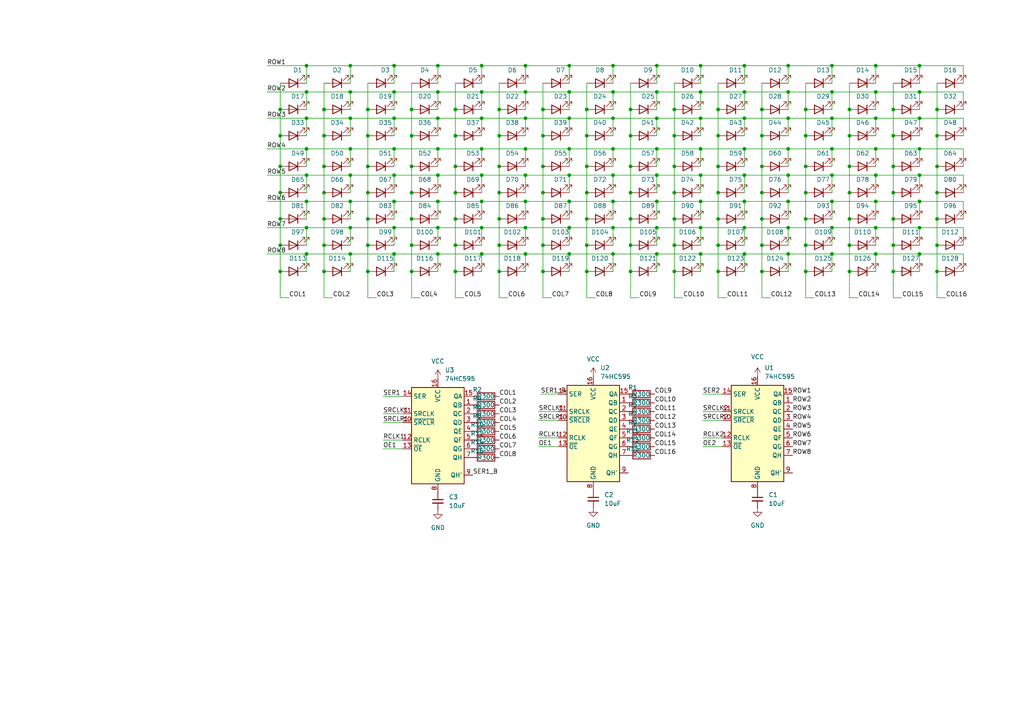
<source format=kicad_sch>
(kicad_sch (version 20211123) (generator eeschema)
  (paper "A4")
  (title_block (title "ledmatrix") (date "2022-02-21"))
  (junction (at 259.08 39.37))
  (junction (at 254 43.18))
  (junction (at 220.98 63.5))
  (junction (at 152.4 73.66))
  (junction (at 88.9 19.05))
  (junction (at 81.28 48.26))
  (junction (at 119.38 63.5))
  (junction (at 139.7 19.05))
  (junction (at 271.78 71.12))
  (junction (at 119.38 31.75))
  (junction (at 215.9 50.8))
  (junction (at 93.98 31.75))
  (junction (at 132.08 39.37))
  (junction (at 101.6 26.67))
  (junction (at 81.28 39.37))
  (junction (at 195.58 55.88))
  (junction (at 246.38 31.75))
  (junction (at 241.3 73.66))
  (junction (at 241.3 34.29))
  (junction (at 266.7 26.67))
  (junction (at 190.5 43.18))
  (junction (at 195.58 48.26))
  (junction (at 254 73.66))
  (junction (at 119.38 39.37))
  (junction (at 132.08 55.88))
  (junction (at 127 58.42))
  (junction (at 254 50.8))
  (junction (at 233.68 55.88))
  (junction (at 182.88 55.88))
  (junction (at 152.4 66.04))
  (junction (at 119.38 71.12))
  (junction (at 93.98 71.12))
  (junction (at 177.8 26.67))
  (junction (at 139.7 58.42))
  (junction (at 246.38 55.88))
  (junction (at 215.9 19.05))
  (junction (at 144.78 39.37))
  (junction (at 228.6 34.29))
  (junction (at 254 58.42))
  (junction (at 144.78 48.26))
  (junction (at 195.58 71.12))
  (junction (at 220.98 71.12))
  (junction (at 165.1 43.18))
  (junction (at 127 66.04))
  (junction (at 233.68 39.37))
  (junction (at 114.3 34.29))
  (junction (at 208.28 31.75))
  (junction (at 114.3 43.18))
  (junction (at 177.8 73.66))
  (junction (at 233.68 63.5))
  (junction (at 177.8 50.8))
  (junction (at 101.6 50.8))
  (junction (at 170.18 48.26))
  (junction (at 203.2 73.66))
  (junction (at 271.78 78.74))
  (junction (at 88.9 26.67))
  (junction (at 228.6 26.67))
  (junction (at 215.9 43.18))
  (junction (at 114.3 50.8))
  (junction (at 119.38 55.88))
  (junction (at 203.2 58.42))
  (junction (at 127 19.05))
  (junction (at 190.5 19.05))
  (junction (at 101.6 66.04))
  (junction (at 215.9 73.66))
  (junction (at 93.98 39.37))
  (junction (at 152.4 50.8))
  (junction (at 132.08 48.26))
  (junction (at 165.1 19.05))
  (junction (at 241.3 50.8))
  (junction (at 228.6 43.18))
  (junction (at 182.88 78.74))
  (junction (at 93.98 78.74))
  (junction (at 101.6 43.18))
  (junction (at 220.98 55.88))
  (junction (at 195.58 78.74))
  (junction (at 139.7 26.67))
  (junction (at 271.78 31.75))
  (junction (at 233.68 31.75))
  (junction (at 114.3 66.04))
  (junction (at 246.38 48.26))
  (junction (at 208.28 78.74))
  (junction (at 203.2 43.18))
  (junction (at 190.5 50.8))
  (junction (at 81.28 31.75))
  (junction (at 215.9 34.29))
  (junction (at 203.2 50.8))
  (junction (at 157.48 31.75))
  (junction (at 266.7 66.04))
  (junction (at 259.08 48.26))
  (junction (at 157.48 55.88))
  (junction (at 271.78 55.88))
  (junction (at 190.5 34.29))
  (junction (at 195.58 39.37))
  (junction (at 106.68 55.88))
  (junction (at 203.2 66.04))
  (junction (at 259.08 55.88))
  (junction (at 190.5 73.66))
  (junction (at 152.4 43.18))
  (junction (at 152.4 58.42))
  (junction (at 208.28 55.88))
  (junction (at 114.3 19.05))
  (junction (at 144.78 63.5))
  (junction (at 88.9 50.8))
  (junction (at 271.78 63.5))
  (junction (at 220.98 31.75))
  (junction (at 233.68 78.74))
  (junction (at 233.68 48.26))
  (junction (at 228.6 73.66))
  (junction (at 165.1 26.67))
  (junction (at 203.2 34.29))
  (junction (at 170.18 63.5))
  (junction (at 220.98 78.74))
  (junction (at 233.68 71.12))
  (junction (at 114.3 58.42))
  (junction (at 101.6 73.66))
  (junction (at 139.7 73.66))
  (junction (at 88.9 73.66))
  (junction (at 106.68 71.12))
  (junction (at 165.1 73.66))
  (junction (at 190.5 26.67))
  (junction (at 215.9 66.04))
  (junction (at 139.7 66.04))
  (junction (at 254 26.67))
  (junction (at 170.18 55.88))
  (junction (at 208.28 63.5))
  (junction (at 177.8 66.04))
  (junction (at 259.08 31.75))
  (junction (at 182.88 63.5))
  (junction (at 246.38 63.5))
  (junction (at 271.78 48.26))
  (junction (at 228.6 66.04))
  (junction (at 132.08 78.74))
  (junction (at 241.3 26.67))
  (junction (at 157.48 71.12))
  (junction (at 228.6 19.05))
  (junction (at 215.9 58.42))
  (junction (at 127 26.67))
  (junction (at 220.98 39.37))
  (junction (at 266.7 58.42))
  (junction (at 93.98 55.88))
  (junction (at 81.28 71.12))
  (junction (at 152.4 26.67))
  (junction (at 203.2 19.05))
  (junction (at 177.8 43.18))
  (junction (at 93.98 63.5))
  (junction (at 81.28 63.5))
  (junction (at 152.4 19.05))
  (junction (at 144.78 78.74))
  (junction (at 254 19.05))
  (junction (at 190.5 58.42))
  (junction (at 144.78 71.12))
  (junction (at 106.68 39.37))
  (junction (at 195.58 31.75))
  (junction (at 119.38 78.74))
  (junction (at 177.8 19.05))
  (junction (at 241.3 19.05))
  (junction (at 170.18 78.74))
  (junction (at 241.3 66.04))
  (junction (at 106.68 31.75))
  (junction (at 139.7 34.29))
  (junction (at 203.2 26.67))
  (junction (at 170.18 71.12))
  (junction (at 254 66.04))
  (junction (at 114.3 73.66))
  (junction (at 165.1 50.8))
  (junction (at 144.78 31.75))
  (junction (at 266.7 73.66))
  (junction (at 139.7 43.18))
  (junction (at 157.48 78.74))
  (junction (at 182.88 31.75))
  (junction (at 182.88 39.37))
  (junction (at 101.6 58.42))
  (junction (at 88.9 66.04))
  (junction (at 81.28 78.74))
  (junction (at 246.38 78.74))
  (junction (at 127 43.18))
  (junction (at 190.5 66.04))
  (junction (at 127 50.8))
  (junction (at 266.7 34.29))
  (junction (at 266.7 50.8))
  (junction (at 101.6 34.29))
  (junction (at 165.1 34.29))
  (junction (at 182.88 71.12))
  (junction (at 266.7 43.18))
  (junction (at 127 34.29))
  (junction (at 106.68 78.74))
  (junction (at 241.3 43.18))
  (junction (at 228.6 58.42))
  (junction (at 170.18 39.37))
  (junction (at 101.6 19.05))
  (junction (at 246.38 39.37))
  (junction (at 177.8 58.42))
  (junction (at 266.7 19.05))
  (junction (at 139.7 50.8))
  (junction (at 246.38 71.12))
  (junction (at 132.08 31.75))
  (junction (at 88.9 34.29))
  (junction (at 106.68 48.26))
  (junction (at 81.28 55.88))
  (junction (at 215.9 26.67))
  (junction (at 228.6 50.8))
  (junction (at 241.3 58.42))
  (junction (at 259.08 78.74))
  (junction (at 182.88 48.26))
  (junction (at 114.3 26.67))
  (junction (at 271.78 39.37))
  (junction (at 157.48 63.5))
  (junction (at 157.48 48.26))
  (junction (at 259.08 63.5))
  (junction (at 119.38 48.26))
  (junction (at 165.1 66.04))
  (junction (at 132.08 71.12))
  (junction (at 208.28 39.37))
  (junction (at 208.28 48.26))
  (junction (at 132.08 63.5))
  (junction (at 165.1 58.42))
  (junction (at 93.98 48.26))
  (junction (at 220.98 48.26))
  (junction (at 144.78 55.88))
  (junction (at 127 73.66))
  (junction (at 157.48 39.37))
  (junction (at 259.08 71.12))
  (junction (at 254 34.29))
  (junction (at 208.28 71.12))
  (junction (at 177.8 34.29))
  (junction (at 195.58 63.5))
  (junction (at 170.18 31.75))
  (junction (at 152.4 34.29))
  (junction (at 106.68 63.5))
  (junction (at 88.9 43.18))
  (junction (at 88.9 58.42))
  (wire (pts (xy 177.8 34.29) (xy 177.8 39.37)))
  (wire (pts (xy 101.6 66.04) (xy 114.3 66.04)))
  (wire (pts (xy 279.4 43.18) (xy 279.4 48.26)))
  (wire (pts (xy 220.98 48.26) (xy 220.98 55.88)))
  (wire (pts (xy 101.6 58.42) (xy 114.3 58.42)))
  (wire (pts (xy 152.4 50.8) (xy 165.1 50.8)))
  (wire (pts (xy 139.7 26.67) (xy 152.4 26.67)))
  (wire (pts (xy 195.58 39.37) (xy 195.58 48.26)))
  (wire (pts (xy 114.3 34.29) (xy 127 34.29)))
  (wire (pts (xy 152.4 50.8) (xy 152.4 55.88)))
  (wire (pts (xy 228.6 26.67) (xy 241.3 26.67)))
  (wire (pts (xy 246.38 24.13) (xy 246.38 31.75)))
  (wire (pts (xy 132.08 71.12) (xy 132.08 78.74)))
  (wire (pts (xy 208.28 78.74) (xy 208.28 86.36)))
  (wire (pts (xy 195.58 24.13) (xy 195.58 31.75)))
  (wire (pts (xy 152.4 26.67) (xy 165.1 26.67)))
  (wire (pts (xy 246.38 78.74) (xy 246.38 86.36)))
  (wire (pts (xy 215.9 58.42) (xy 228.6 58.42)))
  (wire (pts (xy 177.8 50.8) (xy 190.5 50.8)))
  (wire (pts (xy 182.88 55.88) (xy 182.88 63.5)))
  (wire (pts (xy 271.78 39.37) (xy 271.78 48.26)))
  (wire (pts (xy 106.68 55.88) (xy 106.68 63.5)))
  (wire (pts (xy 152.4 34.29) (xy 152.4 39.37)))
  (wire (pts (xy 190.5 48.26) (xy 190.5 43.18)))
  (wire (pts (xy 77.47 34.29) (xy 88.9 34.29)))
  (wire (pts (xy 77.47 19.05) (xy 88.9 19.05)))
  (wire (pts (xy 246.38 31.75) (xy 246.38 39.37)))
  (wire (pts (xy 203.2 43.18) (xy 203.2 48.26)))
  (wire (pts (xy 177.8 66.04) (xy 190.5 66.04)))
  (wire (pts (xy 203.2 50.8) (xy 203.2 55.88)))
  (wire (pts (xy 101.6 34.29) (xy 101.6 39.37)))
  (wire (pts (xy 177.8 58.42) (xy 177.8 63.5)))
  (wire (pts (xy 152.4 43.18) (xy 152.4 48.26)))
  (wire (pts (xy 152.4 66.04) (xy 165.1 66.04)))
  (wire (pts (xy 139.7 73.66) (xy 139.7 78.74)))
  (wire (pts (xy 190.5 66.04) (xy 203.2 66.04)))
  (wire (pts (xy 266.7 26.67) (xy 279.4 26.67)))
  (wire (pts (xy 170.18 48.26) (xy 170.18 55.88)))
  (wire (pts (xy 132.08 31.75) (xy 132.08 39.37)))
  (wire (pts (xy 132.08 48.26) (xy 132.08 55.88)))
  (wire (pts (xy 106.68 39.37) (xy 106.68 48.26)))
  (wire (pts (xy 127 26.67) (xy 139.7 26.67)))
  (wire (pts (xy 241.3 19.05) (xy 254 19.05)))
  (wire (pts (xy 203.2 19.05) (xy 215.9 19.05)))
  (wire (pts (xy 101.6 66.04) (xy 101.6 71.12)))
  (wire (pts (xy 195.58 71.12) (xy 195.58 78.74)))
  (wire (pts (xy 127 58.42) (xy 127 63.5)))
  (wire (pts (xy 228.6 19.05) (xy 228.6 24.13)))
  (wire (pts (xy 254 34.29) (xy 254 39.37)))
  (wire (pts (xy 88.9 43.18) (xy 101.6 43.18)))
  (wire (pts (xy 139.7 19.05) (xy 139.7 24.13)))
  (wire (pts (xy 241.3 73.66) (xy 241.3 78.74)))
  (wire (pts (xy 233.68 55.88) (xy 233.68 63.5)))
  (wire (pts (xy 279.4 26.67) (xy 279.4 31.75)))
  (wire (pts (xy 93.98 86.36) (xy 96.52 86.36)))
  (wire (pts (xy 228.6 58.42) (xy 228.6 63.5)))
  (wire (pts (xy 88.9 66.04) (xy 88.9 71.12)))
  (wire (pts (xy 228.6 26.67) (xy 228.6 31.75)))
  (wire (pts (xy 114.3 58.42) (xy 114.3 63.5)))
  (wire (pts (xy 254 26.67) (xy 254 31.75)))
  (wire (pts (xy 170.18 31.75) (xy 170.18 39.37)))
  (wire (pts (xy 203.2 34.29) (xy 215.9 34.29)))
  (wire (pts (xy 144.78 31.75) (xy 144.78 39.37)))
  (wire (pts (xy 215.9 19.05) (xy 215.9 24.13)))
  (wire (pts (xy 152.4 19.05) (xy 152.4 24.13)))
  (wire (pts (xy 101.6 26.67) (xy 101.6 31.75)))
  (wire (pts (xy 266.7 58.42) (xy 279.4 58.42)))
  (wire (pts (xy 259.08 78.74) (xy 259.08 86.36)))
  (wire (pts (xy 88.9 50.8) (xy 101.6 50.8)))
  (wire (pts (xy 215.9 26.67) (xy 215.9 31.75)))
  (wire (pts (xy 208.28 39.37) (xy 208.28 48.26)))
  (wire (pts (xy 246.38 55.88) (xy 246.38 63.5)))
  (wire (pts (xy 254 66.04) (xy 266.7 66.04)))
  (wire (pts (xy 119.38 48.26) (xy 119.38 55.88)))
  (wire (pts (xy 203.2 66.04) (xy 203.2 71.12)))
  (wire (pts (xy 182.88 48.26) (xy 182.88 55.88)))
  (wire (pts (xy 132.08 39.37) (xy 132.08 48.26)))
  (wire (pts (xy 233.68 24.13) (xy 233.68 31.75)))
  (wire (pts (xy 195.58 31.75) (xy 195.58 39.37)))
  (wire (pts (xy 144.78 63.5) (xy 144.78 71.12)))
  (wire (pts (xy 88.9 50.8) (xy 88.9 55.88)))
  (wire (pts (xy 228.6 34.29) (xy 241.3 34.29)))
  (wire (pts (xy 177.8 66.04) (xy 177.8 71.12)))
  (wire (pts (xy 170.18 55.88) (xy 170.18 63.5)))
  (wire (pts (xy 203.2 43.18) (xy 215.9 43.18)))
  (wire (pts (xy 139.7 43.18) (xy 152.4 43.18)))
  (wire (pts (xy 266.7 19.05) (xy 279.4 19.05)))
  (wire (pts (xy 254 43.18) (xy 266.7 43.18)))
  (wire (pts (xy 152.4 58.42) (xy 152.4 63.5)))
  (wire (pts (xy 177.8 34.29) (xy 190.5 34.29)))
  (wire (pts (xy 170.18 63.5) (xy 170.18 71.12)))
  (wire (pts (xy 93.98 24.13) (xy 93.98 31.75)))
  (wire (pts (xy 254 26.67) (xy 266.7 26.67)))
  (wire (pts (xy 157.48 48.26) (xy 157.48 55.88)))
  (wire (pts (xy 127 66.04) (xy 139.7 66.04)))
  (wire (pts (xy 266.7 50.8) (xy 279.4 50.8)))
  (wire (pts (xy 215.9 73.66) (xy 228.6 73.66)))
  (wire (pts (xy 228.6 58.42) (xy 241.3 58.42)))
  (wire (pts (xy 88.9 58.42) (xy 88.9 63.5)))
  (wire (pts (xy 266.7 43.18) (xy 279.4 43.18)))
  (wire (pts (xy 279.4 66.04) (xy 279.4 71.12)))
  (wire (pts (xy 101.6 34.29) (xy 114.3 34.29)))
  (wire (pts (xy 165.1 58.42) (xy 165.1 63.5)))
  (wire (pts (xy 88.9 26.67) (xy 101.6 26.67)))
  (wire (pts (xy 132.08 86.36) (xy 134.62 86.36)))
  (wire (pts (xy 111.125 122.555) (xy 116.84 122.555)))
  (wire (pts (xy 241.3 34.29) (xy 241.3 39.37)))
  (wire (pts (xy 170.18 71.12) (xy 170.18 78.74)))
  (wire (pts (xy 77.47 66.04) (xy 88.9 66.04)))
  (wire (pts (xy 228.6 66.04) (xy 228.6 71.12)))
  (wire (pts (xy 203.2 66.04) (xy 215.9 66.04)))
  (wire (pts (xy 165.1 26.67) (xy 177.8 26.67)))
  (wire (pts (xy 106.68 71.12) (xy 106.68 78.74)))
  (wire (pts (xy 271.78 48.26) (xy 271.78 55.88)))
  (wire (pts (xy 228.6 50.8) (xy 228.6 55.88)))
  (wire (pts (xy 271.78 78.74) (xy 271.78 86.36)))
  (wire (pts (xy 106.68 48.26) (xy 106.68 55.88)))
  (wire (pts (xy 215.9 66.04) (xy 228.6 66.04)))
  (wire (pts (xy 190.5 24.13) (xy 190.5 19.05)))
  (wire (pts (xy 127 66.04) (xy 127 71.12)))
  (wire (pts (xy 220.98 24.13) (xy 220.98 31.75)))
  (wire (pts (xy 157.48 31.75) (xy 157.48 39.37)))
  (wire (pts (xy 246.38 86.36) (xy 248.92 86.36)))
  (wire (pts (xy 119.38 71.12) (xy 119.38 78.74)))
  (wire (pts (xy 81.28 86.36) (xy 83.82 86.36)))
  (wire (pts (xy 254 50.8) (xy 266.7 50.8)))
  (wire (pts (xy 88.9 19.05) (xy 101.6 19.05)))
  (wire (pts (xy 139.7 66.04) (xy 152.4 66.04)))
  (wire (pts (xy 233.68 39.37) (xy 233.68 48.26)))
  (wire (pts (xy 215.9 43.18) (xy 228.6 43.18)))
  (wire (pts (xy 101.6 19.05) (xy 101.6 24.13)))
  (wire (pts (xy 259.08 71.12) (xy 259.08 78.74)))
  (wire (pts (xy 177.8 73.66) (xy 190.5 73.66)))
  (wire (pts (xy 139.7 43.18) (xy 139.7 48.26)))
  (wire (pts (xy 77.47 26.67) (xy 88.9 26.67)))
  (wire (pts (xy 152.4 58.42) (xy 165.1 58.42)))
  (wire (pts (xy 139.7 50.8) (xy 139.7 55.88)))
  (wire (pts (xy 127 50.8) (xy 139.7 50.8)))
  (wire (pts (xy 101.6 73.66) (xy 114.3 73.66)))
  (wire (pts (xy 132.08 55.88) (xy 132.08 63.5)))
  (wire (pts (xy 203.835 119.38) (xy 209.55 119.38)))
  (wire (pts (xy 127 73.66) (xy 127 78.74)))
  (wire (pts (xy 165.1 73.66) (xy 177.8 73.66)))
  (wire (pts (xy 195.58 63.5) (xy 195.58 71.12)))
  (wire (pts (xy 101.6 43.18) (xy 114.3 43.18)))
  (wire (pts (xy 190.5 73.66) (xy 203.2 73.66)))
  (wire (pts (xy 190.5 43.18) (xy 203.2 43.18)))
  (wire (pts (xy 254 43.18) (xy 254 48.26)))
  (wire (pts (xy 77.47 43.18) (xy 88.9 43.18)))
  (wire (pts (xy 165.1 19.05) (xy 177.8 19.05)))
  (wire (pts (xy 157.48 55.88) (xy 157.48 63.5)))
  (wire (pts (xy 266.7 19.05) (xy 266.7 24.13)))
  (wire (pts (xy 241.3 58.42) (xy 254 58.42)))
  (wire (pts (xy 241.3 50.8) (xy 254 50.8)))
  (wire (pts (xy 152.4 73.66) (xy 165.1 73.66)))
  (wire (pts (xy 77.47 50.8) (xy 88.9 50.8)))
  (wire (pts (xy 220.98 78.74) (xy 220.98 86.36)))
  (wire (pts (xy 259.08 63.5) (xy 259.08 71.12)))
  (wire (pts (xy 119.38 86.36) (xy 121.92 86.36)))
  (wire (pts (xy 114.3 73.66) (xy 127 73.66)))
  (wire (pts (xy 203.2 19.05) (xy 203.2 24.13)))
  (wire (pts (xy 241.3 34.29) (xy 254 34.29)))
  (wire (pts (xy 271.78 63.5) (xy 271.78 71.12)))
  (wire (pts (xy 106.68 24.13) (xy 106.68 31.75)))
  (wire (pts (xy 170.18 24.13) (xy 170.18 31.75)))
  (wire (pts (xy 215.9 43.18) (xy 215.9 48.26)))
  (wire (pts (xy 165.1 50.8) (xy 177.8 50.8)))
  (wire (pts (xy 208.28 48.26) (xy 208.28 55.88)))
  (wire (pts (xy 156.21 119.38) (xy 161.925 119.38)))
  (wire (pts (xy 114.3 34.29) (xy 114.3 39.37)))
  (wire (pts (xy 215.9 34.29) (xy 228.6 34.29)))
  (wire (pts (xy 246.38 71.12) (xy 246.38 78.74)))
  (wire (pts (xy 233.68 71.12) (xy 233.68 78.74)))
  (wire (pts (xy 254 73.66) (xy 254 78.74)))
  (wire (pts (xy 165.1 26.67) (xy 165.1 31.75)))
  (wire (pts (xy 111.125 130.175) (xy 116.84 130.175)))
  (wire (pts (xy 228.6 34.29) (xy 228.6 39.37)))
  (wire (pts (xy 114.3 43.18) (xy 114.3 48.26)))
  (wire (pts (xy 177.8 73.66) (xy 177.8 78.74)))
  (wire (pts (xy 190.5 31.75) (xy 190.5 26.67)))
  (wire (pts (xy 144.78 71.12) (xy 144.78 78.74)))
  (wire (pts (xy 233.68 31.75) (xy 233.68 39.37)))
  (wire (pts (xy 139.7 73.66) (xy 152.4 73.66)))
  (wire (pts (xy 208.28 71.12) (xy 208.28 78.74)))
  (wire (pts (xy 165.1 34.29) (xy 165.1 39.37)))
  (wire (pts (xy 114.3 19.05) (xy 127 19.05)))
  (wire (pts (xy 88.9 66.04) (xy 101.6 66.04)))
  (wire (pts (xy 228.6 43.18) (xy 241.3 43.18)))
  (wire (pts (xy 88.9 73.66) (xy 88.9 78.74)))
  (wire (pts (xy 165.1 66.04) (xy 165.1 71.12)))
  (wire (pts (xy 127 19.05) (xy 139.7 19.05)))
  (wire (pts (xy 203.835 129.54) (xy 209.55 129.54)))
  (wire (pts (xy 246.38 48.26) (xy 246.38 55.88)))
  (wire (pts (xy 266.7 73.66) (xy 266.7 78.74)))
  (wire (pts (xy 139.7 26.67) (xy 139.7 31.75)))
  (wire (pts (xy 156.21 121.92) (xy 161.925 121.92)))
  (wire (pts (xy 215.9 26.67) (xy 228.6 26.67)))
  (wire (pts (xy 127 58.42) (xy 139.7 58.42)))
  (wire (pts (xy 111.125 120.015) (xy 116.84 120.015)))
  (wire (pts (xy 233.68 48.26) (xy 233.68 55.88)))
  (wire (pts (xy 190.5 34.29) (xy 203.2 34.29)))
  (wire (pts (xy 144.78 78.74) (xy 144.78 86.36)))
  (wire (pts (xy 152.4 19.05) (xy 165.1 19.05)))
  (wire (pts (xy 157.48 63.5) (xy 157.48 71.12)))
  (wire (pts (xy 254 19.05) (xy 254 24.13)))
  (wire (pts (xy 215.9 34.29) (xy 215.9 39.37)))
  (wire (pts (xy 81.28 48.26) (xy 81.28 55.88)))
  (wire (pts (xy 139.7 58.42) (xy 139.7 63.5)))
  (wire (pts (xy 88.9 19.05) (xy 88.9 24.13)))
  (wire (pts (xy 93.98 63.5) (xy 93.98 71.12)))
  (wire (pts (xy 208.28 31.75) (xy 208.28 39.37)))
  (wire (pts (xy 114.3 43.18) (xy 127 43.18)))
  (wire (pts (xy 101.6 26.67) (xy 114.3 26.67)))
  (wire (pts (xy 241.3 66.04) (xy 254 66.04)))
  (wire (pts (xy 254 34.29) (xy 266.7 34.29)))
  (wire (pts (xy 101.6 50.8) (xy 114.3 50.8)))
  (wire (pts (xy 220.98 55.88) (xy 220.98 63.5)))
  (wire (pts (xy 127 34.29) (xy 127 39.37)))
  (wire (pts (xy 177.8 26.67) (xy 177.8 31.75)))
  (wire (pts (xy 203.2 58.42) (xy 215.9 58.42)))
  (wire (pts (xy 190.5 78.74) (xy 190.5 73.66)))
  (wire (pts (xy 266.7 66.04) (xy 279.4 66.04)))
  (wire (pts (xy 114.3 66.04) (xy 114.3 71.12)))
  (wire (pts (xy 254 66.04) (xy 254 71.12)))
  (wire (pts (xy 177.8 26.67) (xy 190.5 26.67)))
  (wire (pts (xy 165.1 66.04) (xy 177.8 66.04)))
  (wire (pts (xy 233.68 63.5) (xy 233.68 71.12)))
  (wire (pts (xy 152.4 34.29) (xy 165.1 34.29)))
  (wire (pts (xy 241.3 26.67) (xy 254 26.67)))
  (wire (pts (xy 165.1 19.05) (xy 165.1 24.13)))
  (wire (pts (xy 241.3 19.05) (xy 241.3 24.13)))
  (wire (pts (xy 139.7 50.8) (xy 152.4 50.8)))
  (wire (pts (xy 259.08 55.88) (xy 259.08 63.5)))
  (wire (pts (xy 182.88 71.12) (xy 182.88 78.74)))
  (wire (pts (xy 81.28 39.37) (xy 81.28 48.26)))
  (wire (pts (xy 170.18 39.37) (xy 170.18 48.26)))
  (wire (pts (xy 144.78 55.88) (xy 144.78 63.5)))
  (wire (pts (xy 157.48 78.74) (xy 157.48 86.36)))
  (wire (pts (xy 215.9 19.05) (xy 228.6 19.05)))
  (wire (pts (xy 157.48 71.12) (xy 157.48 78.74)))
  (wire (pts (xy 190.5 63.5) (xy 190.5 58.42)))
  (wire (pts (xy 93.98 39.37) (xy 93.98 48.26)))
  (wire (pts (xy 203.2 73.66) (xy 215.9 73.66)))
  (wire (pts (xy 259.08 24.13) (xy 259.08 31.75)))
  (wire (pts (xy 195.58 48.26) (xy 195.58 55.88)))
  (wire (pts (xy 106.68 78.74) (xy 106.68 86.36)))
  (wire (pts (xy 254 19.05) (xy 266.7 19.05)))
  (wire (pts (xy 77.47 58.42) (xy 88.9 58.42)))
  (wire (pts (xy 195.58 78.74) (xy 195.58 86.36)))
  (wire (pts (xy 208.28 63.5) (xy 208.28 71.12)))
  (wire (pts (xy 157.48 24.13) (xy 157.48 31.75)))
  (wire (pts (xy 215.9 58.42) (xy 215.9 63.5)))
  (wire (pts (xy 88.9 43.18) (xy 88.9 48.26)))
  (wire (pts (xy 190.5 39.37) (xy 190.5 34.29)))
  (wire (pts (xy 119.38 24.13) (xy 119.38 31.75)))
  (wire (pts (xy 195.58 86.36) (xy 198.12 86.36)))
  (wire (pts (xy 170.18 78.74) (xy 170.18 86.36)))
  (wire (pts (xy 228.6 19.05) (xy 241.3 19.05)))
  (wire (pts (xy 266.7 58.42) (xy 266.7 63.5)))
  (wire (pts (xy 266.7 43.18) (xy 266.7 48.26)))
  (wire (pts (xy 220.98 39.37) (xy 220.98 48.26)))
  (wire (pts (xy 203.835 121.92) (xy 209.55 121.92)))
  (wire (pts (xy 190.5 50.8) (xy 203.2 50.8)))
  (wire (pts (xy 88.9 34.29) (xy 88.9 39.37)))
  (wire (pts (xy 88.9 34.29) (xy 101.6 34.29)))
  (wire (pts (xy 165.1 50.8) (xy 165.1 55.88)))
  (wire (pts (xy 119.38 63.5) (xy 119.38 71.12)))
  (wire (pts (xy 279.4 73.66) (xy 279.4 78.74)))
  (wire (pts (xy 203.835 114.3) (xy 209.55 114.3)))
  (wire (pts (xy 220.98 31.75) (xy 220.98 39.37)))
  (wire (pts (xy 190.5 26.67) (xy 203.2 26.67)))
  (wire (pts (xy 93.98 48.26) (xy 93.98 55.88)))
  (wire (pts (xy 119.38 31.75) (xy 119.38 39.37)))
  (wire (pts (xy 266.7 26.67) (xy 266.7 31.75)))
  (wire (pts (xy 182.88 86.36) (xy 185.42 86.36)))
  (wire (pts (xy 203.835 127) (xy 209.55 127)))
  (wire (pts (xy 177.8 50.8) (xy 177.8 55.88)))
  (wire (pts (xy 279.4 58.42) (xy 279.4 63.5)))
  (wire (pts (xy 182.88 63.5) (xy 182.88 71.12)))
  (wire (pts (xy 271.78 31.75) (xy 271.78 39.37)))
  (wire (pts (xy 114.3 19.05) (xy 114.3 24.13)))
  (wire (pts (xy 144.78 39.37) (xy 144.78 48.26)))
  (wire (pts (xy 279.4 19.05) (xy 279.4 24.13)))
  (wire (pts (xy 165.1 73.66) (xy 165.1 78.74)))
  (wire (pts (xy 139.7 19.05) (xy 152.4 19.05)))
  (wire (pts (xy 144.78 48.26) (xy 144.78 55.88)))
  (wire (pts (xy 106.68 86.36) (xy 109.22 86.36)))
  (wire (pts (xy 127 73.66) (xy 139.7 73.66)))
  (wire (pts (xy 203.2 34.29) (xy 203.2 39.37)))
  (wire (pts (xy 81.28 78.74) (xy 81.28 86.36)))
  (wire (pts (xy 266.7 34.29) (xy 279.4 34.29)))
  (wire (pts (xy 144.78 24.13) (xy 144.78 31.75)))
  (wire (pts (xy 139.7 34.29) (xy 152.4 34.29)))
  (wire (pts (xy 157.48 39.37) (xy 157.48 48.26)))
  (wire (pts (xy 259.08 48.26) (xy 259.08 55.88)))
  (wire (pts (xy 246.38 39.37) (xy 246.38 48.26)))
  (wire (pts (xy 259.08 86.36) (xy 261.62 86.36)))
  (wire (pts (xy 165.1 34.29) (xy 177.8 34.29)))
  (wire (pts (xy 88.9 26.67) (xy 88.9 31.75)))
  (wire (pts (xy 88.9 73.66) (xy 101.6 73.66)))
  (wire (pts (xy 241.3 73.66) (xy 254 73.66)))
  (wire (pts (xy 190.5 71.12) (xy 190.5 66.04)))
  (wire (pts (xy 114.3 73.66) (xy 114.3 78.74)))
  (wire (pts (xy 119.38 78.74) (xy 119.38 86.36)))
  (wire (pts (xy 81.28 24.13) (xy 81.28 31.75)))
  (wire (pts (xy 177.8 19.05) (xy 177.8 24.13)))
  (wire (pts (xy 127 43.18) (xy 127 48.26)))
  (wire (pts (xy 215.9 73.66) (xy 215.9 78.74)))
  (wire (pts (xy 241.3 43.18) (xy 254 43.18)))
  (wire (pts (xy 101.6 73.66) (xy 101.6 78.74)))
  (wire (pts (xy 132.08 24.13) (xy 132.08 31.75)))
  (wire (pts (xy 279.4 34.29) (xy 279.4 39.37)))
  (wire (pts (xy 127 26.67) (xy 127 31.75)))
  (wire (pts (xy 111.125 127.635) (xy 116.84 127.635)))
  (wire (pts (xy 254 50.8) (xy 254 55.88)))
  (wire (pts (xy 81.28 63.5) (xy 81.28 71.12)))
  (wire (pts (xy 114.3 58.42) (xy 127 58.42)))
  (wire (pts (xy 228.6 73.66) (xy 241.3 73.66)))
  (wire (pts (xy 93.98 78.74) (xy 93.98 86.36)))
  (wire (pts (xy 152.4 66.04) (xy 152.4 71.12)))
  (wire (pts (xy 93.98 31.75) (xy 93.98 39.37)))
  (wire (pts (xy 215.9 50.8) (xy 215.9 55.88)))
  (wire (pts (xy 203.2 73.66) (xy 203.2 78.74)))
  (wire (pts (xy 241.3 43.18) (xy 241.3 48.26)))
  (wire (pts (xy 114.3 50.8) (xy 114.3 55.88)))
  (wire (pts (xy 203.2 58.42) (xy 203.2 63.5)))
  (wire (pts (xy 177.8 43.18) (xy 190.5 43.18)))
  (wire (pts (xy 228.6 50.8) (xy 241.3 50.8)))
  (wire (pts (xy 266.7 50.8) (xy 266.7 55.88)))
  (wire (pts (xy 101.6 50.8) (xy 101.6 55.88)))
  (wire (pts (xy 93.98 55.88) (xy 93.98 63.5)))
  (wire (pts (xy 165.1 58.42) (xy 177.8 58.42)))
  (wire (pts (xy 190.5 19.05) (xy 203.2 19.05)))
  (wire (pts (xy 182.88 31.75) (xy 182.88 39.37)))
  (wire (pts (xy 106.68 63.5) (xy 106.68 71.12)))
  (wire (pts (xy 93.98 71.12) (xy 93.98 78.74)))
  (wire (pts (xy 208.28 24.13) (xy 208.28 31.75)))
  (wire (pts (xy 127 19.05) (xy 127 24.13)))
  (wire (pts (xy 228.6 43.18) (xy 228.6 48.26)))
  (wire (pts (xy 144.78 86.36) (xy 147.32 86.36)))
  (wire (pts (xy 101.6 58.42) (xy 101.6 63.5)))
  (wire (pts (xy 241.3 50.8) (xy 241.3 55.88)))
  (wire (pts (xy 241.3 58.42) (xy 241.3 63.5)))
  (wire (pts (xy 195.58 55.88) (xy 195.58 63.5)))
  (wire (pts (xy 208.28 55.88) (xy 208.28 63.5)))
  (wire (pts (xy 156.845 114.3) (xy 161.925 114.3)))
  (wire (pts (xy 228.6 73.66) (xy 228.6 78.74)))
  (wire (pts (xy 266.7 34.29) (xy 266.7 39.37)))
  (wire (pts (xy 132.08 63.5) (xy 132.08 71.12)))
  (wire (pts (xy 156.21 129.54) (xy 161.925 129.54)))
  (wire (pts (xy 111.125 114.935) (xy 116.84 114.935)))
  (wire (pts (xy 156.21 127) (xy 161.925 127)))
  (wire (pts (xy 279.4 50.8) (xy 279.4 55.88)))
  (wire (pts (xy 170.18 86.36) (xy 172.72 86.36)))
  (wire (pts (xy 208.28 86.36) (xy 210.82 86.36)))
  (wire (pts (xy 152.4 43.18) (xy 165.1 43.18)))
  (wire (pts (xy 127 43.18) (xy 139.7 43.18)))
  (wire (pts (xy 101.6 19.05) (xy 114.3 19.05)))
  (wire (pts (xy 77.47 73.66) (xy 88.9 73.66)))
  (wire (pts (xy 266.7 73.66) (xy 279.4 73.66)))
  (wire (pts (xy 119.38 55.88) (xy 119.38 63.5)))
  (wire (pts (xy 182.88 78.74) (xy 182.88 86.36)))
  (wire (pts (xy 228.6 66.04) (xy 241.3 66.04)))
  (wire (pts (xy 81.28 71.12) (xy 81.28 78.74)))
  (wire (pts (xy 203.2 26.67) (xy 215.9 26.67)))
  (wire (pts (xy 190.5 58.42) (xy 203.2 58.42)))
  (wire (pts (xy 114.3 26.67) (xy 127 26.67)))
  (wire (pts (xy 177.8 43.18) (xy 177.8 48.26)))
  (wire (pts (xy 233.68 86.36) (xy 236.22 86.36)))
  (wire (pts (xy 165.1 43.18) (xy 165.1 48.26)))
  (wire (pts (xy 220.98 86.36) (xy 223.52 86.36)))
  (wire (pts (xy 177.8 58.42) (xy 190.5 58.42)))
  (wire (pts (xy 132.08 78.74) (xy 132.08 86.36)))
  (wire (pts (xy 271.78 55.88) (xy 271.78 63.5)))
  (wire (pts (xy 241.3 26.67) (xy 241.3 31.75)))
  (wire (pts (xy 271.78 24.13) (xy 271.78 31.75)))
  (wire (pts (xy 203.2 26.67) (xy 203.2 31.75)))
  (wire (pts (xy 220.98 63.5) (xy 220.98 71.12)))
  (wire (pts (xy 266.7 66.04) (xy 266.7 71.12)))
  (wire (pts (xy 190.5 55.88) (xy 190.5 50.8)))
  (wire (pts (xy 101.6 43.18) (xy 101.6 48.26)))
  (wire (pts (xy 215.9 66.04) (xy 215.9 71.12)))
  (wire (pts (xy 81.28 55.88) (xy 81.28 63.5)))
  (wire (pts (xy 157.48 86.36) (xy 160.02 86.36)))
  (wire (pts (xy 114.3 50.8) (xy 127 50.8)))
  (wire (pts (xy 254 58.42) (xy 254 63.5)))
  (wire (pts (xy 271.78 86.36) (xy 274.32 86.36)))
  (wire (pts (xy 254 73.66) (xy 266.7 73.66)))
  (wire (pts (xy 165.1 43.18) (xy 177.8 43.18)))
  (wire (pts (xy 114.3 26.67) (xy 114.3 31.75)))
  (wire (pts (xy 246.38 63.5) (xy 246.38 71.12)))
  (wire (pts (xy 259.08 31.75) (xy 259.08 39.37)))
  (wire (pts (xy 241.3 66.04) (xy 241.3 71.12)))
  (wire (pts (xy 127 34.29) (xy 139.7 34.29)))
  (wire (pts (xy 127 50.8) (xy 127 55.88)))
  (wire (pts (xy 81.28 31.75) (xy 81.28 39.37)))
  (wire (pts (xy 203.2 50.8) (xy 215.9 50.8)))
  (wire (pts (xy 152.4 26.67) (xy 152.4 31.75)))
  (wire (pts (xy 139.7 34.29) (xy 139.7 39.37)))
  (wire (pts (xy 139.7 66.04) (xy 139.7 71.12)))
  (wire (pts (xy 114.3 66.04) (xy 127 66.04)))
  (wire (pts (xy 259.08 39.37) (xy 259.08 48.26)))
  (wire (pts (xy 119.38 39.37) (xy 119.38 48.26)))
  (wire (pts (xy 233.68 78.74) (xy 233.68 86.36)))
  (wire (pts (xy 139.7 58.42) (xy 152.4 58.42)))
  (wire (pts (xy 88.9 58.42) (xy 101.6 58.42)))
  (wire (pts (xy 220.98 71.12) (xy 220.98 78.74)))
  (wire (pts (xy 254 58.42) (xy 266.7 58.42)))
  (wire (pts (xy 106.68 31.75) (xy 106.68 39.37)))
  (wire (pts (xy 152.4 73.66) (xy 152.4 78.74)))
  (wire (pts (xy 271.78 71.12) (xy 271.78 78.74)))
  (wire (pts (xy 182.88 39.37) (xy 182.88 48.26)))
  (wire (pts (xy 215.9 50.8) (xy 228.6 50.8)))
  (wire (pts (xy 177.8 19.05) (xy 190.5 19.05)))
  (wire (pts (xy 182.88 24.13) (xy 182.88 31.75)))
  (label "COL15" (at 261.62 86.36 0))
  (label "COL15" (at 189.865 129.54 0))
  (label "COL13" (at 189.865 124.46 0))
  (label "SRCLK2" (at 203.835 119.38 0))
  (label "COL3" (at 144.78 120.015 0))
  (label "OE2" (at 203.835 129.54 0))
  (label "COL8" (at 144.78 132.715 0))
  (label "SRCLR2" (at 203.835 121.92 0))
  (label "ROW3" (at 229.87 119.38 0))
  (label "COL10" (at 198.12 86.36 0))
  (label "COL9" (at 189.865 114.3 0))
  (label "ROW7" (at 229.87 129.54 0))
  (label "COL4" (at 121.92 86.36 0))
  (label "COL10" (at 189.865 116.84 0))
  (label "COL2" (at 96.52 86.36 0))
  (label "ROW7" (at 77.47 66.04 0))
  (label "COL5" (at 144.78 125.095 0))
  (label "SER1" (at 111.125 114.935 0))
  (label "RCLK1" (at 111.125 127.635 0))
  (label "ROW6" (at 229.87 127 0))
  (label "OE1" (at 156.21 129.54 0))
  (label "SRCLK1" (at 111.125 120.015 0))
  (label "ROW1" (at 229.87 114.3 0))
  (label "COL6" (at 147.32 86.36 0))
  (label "ROW5" (at 77.47 50.8 0))
  (label "COL13" (at 236.22 86.36 0))
  (label "ROW4" (at 229.87 121.92 0))
  (label "ROW1" (at 77.47 19.05 0))
  (label "RCLK2" (at 203.835 127 0))
  (label "COL2" (at 144.78 117.475 0))
  (label "COL11" (at 210.82 86.36 0))
  (label "ROW6" (at 77.47 58.42 0))
  (label "SER1_B" (at 137.16 137.795 0))
  (label "OE1" (at 111.125 130.175 0))
  (label "SRCLR1" (at 156.21 121.92 0))
  (label "ROW8" (at 77.47 73.66 0))
  (label "COL1" (at 83.82 86.36 0))
  (label "COL16" (at 274.32 86.36 0))
  (label "COL7" (at 144.78 130.175 0))
  (label "COL12" (at 223.52 86.36 0))
  (label "COL16" (at 189.865 132.08 0))
  (label "COL14" (at 189.865 127 0))
  (label "COL8" (at 172.72 86.36 0))
  (label "COL12" (at 189.865 121.92 0))
  (label "ROW5" (at 229.87 124.46 0))
  (label "SER1_B" (at 156.845 114.3 0))
  (label "COL4" (at 144.78 122.555 0))
  (label "RCLK1" (at 156.21 127 0))
  (label "ROW8" (at 229.87 132.08 0))
  (label "ROW4" (at 77.47 43.18 0))
  (label "COL5" (at 134.62 86.36 0))
  (label "COL7" (at 160.02 86.36 0))
  (label "COL9" (at 185.42 86.36 0))
  (label "SRCLR1" (at 111.125 122.555 0))
  (label "SER2" (at 203.835 114.3 0))
  (label "ROW3" (at 77.47 34.29 0))
  (label "SRCLK1" (at 156.21 119.38 0))
  (label "COL3" (at 109.22 86.36 0))
  (label "COL14" (at 248.92 86.36 0))
  (label "COL6" (at 144.78 127.635 0))
  (label "COL1" (at 144.78 114.935 0))
  (label "ROW2" (at 77.47 26.67 0))
  (label "ROW2" (at 229.87 116.84 0))
  (label "COL11" (at 189.865 119.38 0))
  (symbol (lib_id "LED:IR26-21C_L110_TR8") (at 186.69 48.26 180) (unit 1)
    (property "Reference" "D57" (at 187.96 44.45 0))
    (property "Value" "IR26-21C_L110_TR8" (effects hide))
    (property "Footprint" "LED_SMD:LED_1206_3216Metric" (effects hide))
    (property "Datasheet" "http://www.everlight.com/file/ProductFile/IR26-21C-L110-TR8.pdf" (effects hide))
  )
  (symbol (lib_id "Device:R") (at 140.97 127.635 90) (unit 1)
    (property "Reference" "R12" (at 138.43 125.73 90))
    (property "Value" "R300" (at 140.97 127.635 90))
  )
  (symbol (lib_id "LED:IR26-21C_L110_TR8") (at 212.09 78.74 180) (unit 1)
    (property "Reference" "D123" (at 213.36 74.93 0))
    (property "Value" "IR26-21C_L110_TR8" (effects hide))
    (property "Footprint" "LED_SMD:LED_1206_3216Metric" (effects hide))
    (property "Datasheet" "http://www.everlight.com/file/ProductFile/IR26-21C-L110-TR8.pdf" (effects hide))
  )
  (symbol (lib_id "LED:IR26-21C_L110_TR8") (at 212.09 39.37 180) (unit 1)
    (property "Reference" "D43" (at 213.36 35.56 0))
    (property "Value" "IR26-21C_L110_TR8" (effects hide))
    (property "Footprint" "LED_SMD:LED_1206_3216Metric" (effects hide))
    (property "Datasheet" "http://www.everlight.com/file/ProductFile/IR26-21C-L110-TR8.pdf" (effects hide))
  )
  (symbol (lib_id "LED:IR26-21C_L110_TR8") (at 85.09 71.12 180) (unit 1)
    (property "Reference" "D97" (at 86.36 67.31 0))
    (property "Value" "IR26-21C_L110_TR8" (effects hide))
    (property "Footprint" "LED_SMD:LED_1206_3216Metric" (effects hide))
    (property "Datasheet" "http://www.everlight.com/file/ProductFile/IR26-21C-L110-TR8.pdf" (effects hide))
  )
  (symbol (lib_id "Device:R") (at 186.055 124.46 90) (unit 1)
    (property "Reference" "R9" (at 183.515 122.555 90))
    (property "Value" "R300" (at 186.055 124.46 90))
  )
  (symbol (lib_id "LED:IR26-21C_L110_TR8") (at 275.59 31.75 180) (unit 1)
    (property "Reference" "D32" (at 275.59 27.94 0))
    (property "Value" "IR26-21C_L110_TR8" (effects hide))
    (property "Footprint" "LED_SMD:LED_1206_3216Metric" (effects hide))
    (property "Datasheet" "http://www.everlight.com/file/ProductFile/IR26-21C-L110-TR8.pdf" (effects hide))
  )
  (symbol (lib_id "Device:C_Small") (at 219.71 144.78 0) (unit 1)
    (property "Reference" "C1" (at 222.885 143.5162 0) (effects (justify left)))
    (property "Value" "10uF" (at 222.885 146.0562 0) (effects (justify left)))
  )
  (symbol (lib_id "Device:R") (at 140.97 120.015 90) (unit 1)
    (property "Reference" "R6" (at 138.43 118.11 90))
    (property "Value" "R300" (at 140.97 120.015 90))
  )
  (symbol (lib_id "power:VCC") (at 172.085 109.22 0) (unit 1)
    (property "Reference" "#PWR02" (effects hide))
    (property "Value" "VCC" (at 172.085 104.14 0))
  )
  (symbol (lib_id "LED:IR26-21C_L110_TR8") (at 123.19 63.5 180) (unit 1)
    (property "Reference" "D84" (at 123.19 59.69 0))
    (property "Value" "IR26-21C_L110_TR8" (effects hide))
    (property "Footprint" "LED_SMD:LED_1206_3216Metric" (effects hide))
    (property "Datasheet" "http://www.everlight.com/file/ProductFile/IR26-21C-L110-TR8.pdf" (effects hide))
  )
  (symbol (lib_id "LED:IR26-21C_L110_TR8") (at 186.69 63.5 180) (unit 1)
    (property "Reference" "D89" (at 187.96 59.69 0))
    (property "Value" "IR26-21C_L110_TR8" (effects hide))
    (property "Footprint" "LED_SMD:LED_1206_3216Metric" (effects hide))
    (property "Datasheet" "http://www.everlight.com/file/ProductFile/IR26-21C-L110-TR8.pdf" (effects hide))
  )
  (symbol (lib_id "LED:IR26-21C_L110_TR8") (at 224.79 48.26 180) (unit 1)
    (property "Reference" "D60" (at 224.79 44.45 0))
    (property "Value" "IR26-21C_L110_TR8" (effects hide))
    (property "Footprint" "LED_SMD:LED_1206_3216Metric" (effects hide))
    (property "Datasheet" "http://www.everlight.com/file/ProductFile/IR26-21C-L110-TR8.pdf" (effects hide))
  )
  (symbol (lib_id "LED:IR26-21C_L110_TR8") (at 97.79 78.74 180) (unit 1)
    (property "Reference" "D114" (at 97.79 74.93 0))
    (property "Value" "IR26-21C_L110_TR8" (effects hide))
    (property "Footprint" "LED_SMD:LED_1206_3216Metric" (effects hide))
    (property "Datasheet" "http://www.everlight.com/file/ProductFile/IR26-21C-L110-TR8.pdf" (effects hide))
  )
  (symbol (lib_id "Device:C_Small") (at 127 145.415 0) (unit 1)
    (property "Reference" "C3" (at 130.175 144.1512 0) (effects (justify left)))
    (property "Value" "10uF" (at 130.175 146.6912 0) (effects (justify left)))
  )
  (symbol (lib_id "LED:IR26-21C_L110_TR8") (at 237.49 24.13 180) (unit 1)
    (property "Reference" "D13" (at 238.76 20.32 0))
    (property "Value" "IR26-21C_L110_TR8" (effects hide))
    (property "Footprint" "LED_SMD:LED_1206_3216Metric" (effects hide))
    (property "Datasheet" "http://www.everlight.com/file/ProductFile/IR26-21C-L110-TR8.pdf" (effects hide))
  )
  (symbol (lib_id "LED:IR26-21C_L110_TR8") (at 186.69 39.37 180) (unit 1)
    (property "Reference" "D41" (at 187.96 35.56 0))
    (property "Value" "IR26-21C_L110_TR8" (effects hide))
    (property "Footprint" "LED_SMD:LED_1206_3216Metric" (effects hide))
    (property "Datasheet" "http://www.everlight.com/file/ProductFile/IR26-21C-L110-TR8.pdf" (effects hide))
  )
  (symbol (lib_id "LED:IR26-21C_L110_TR8") (at 135.89 24.13 180) (unit 1)
    (property "Reference" "D5" (at 137.16 20.32 0))
    (property "Value" "IR26-21C_L110_TR8" (effects hide))
    (property "Footprint" "LED_SMD:LED_1206_3216Metric" (effects hide))
    (property "Datasheet" "http://www.everlight.com/file/ProductFile/IR26-21C-L110-TR8.pdf" (effects hide))
  )
  (symbol (lib_id "Device:R") (at 186.055 127 90) (unit 1)
    (property "Reference" "R11" (at 183.515 125.095 90))
    (property "Value" "R300" (at 186.055 127 90))
  )
  (symbol (lib_id "LED:IR26-21C_L110_TR8") (at 161.29 31.75 180) (unit 1)
    (property "Reference" "D23" (at 162.56 27.94 0))
    (property "Value" "IR26-21C_L110_TR8" (effects hide))
    (property "Footprint" "LED_SMD:LED_1206_3216Metric" (effects hide))
    (property "Datasheet" "http://www.everlight.com/file/ProductFile/IR26-21C-L110-TR8.pdf" (effects hide))
  )
  (symbol (lib_id "LED:IR26-21C_L110_TR8") (at 237.49 63.5 180) (unit 1)
    (property "Reference" "D93" (at 238.76 59.69 0))
    (property "Value" "IR26-21C_L110_TR8" (effects hide))
    (property "Footprint" "LED_SMD:LED_1206_3216Metric" (effects hide))
    (property "Datasheet" "http://www.everlight.com/file/ProductFile/IR26-21C-L110-TR8.pdf" (effects hide))
  )
  (symbol (lib_id "LED:IR26-21C_L110_TR8") (at 85.09 55.88 180) (unit 1)
    (property "Reference" "D65" (at 86.36 52.07 0))
    (property "Value" "IR26-21C_L110_TR8" (effects hide))
    (property "Footprint" "LED_SMD:LED_1206_3216Metric" (effects hide))
    (property "Datasheet" "http://www.everlight.com/file/ProductFile/IR26-21C-L110-TR8.pdf" (effects hide))
  )
  (symbol (lib_id "LED:IR26-21C_L110_TR8") (at 237.49 31.75 180) (unit 1)
    (property "Reference" "D29" (at 238.76 27.94 0))
    (property "Value" "IR26-21C_L110_TR8" (effects hide))
    (property "Footprint" "LED_SMD:LED_1206_3216Metric" (effects hide))
    (property "Datasheet" "http://www.everlight.com/file/ProductFile/IR26-21C-L110-TR8.pdf" (effects hide))
  )
  (symbol (lib_id "LED:IR26-21C_L110_TR8") (at 250.19 39.37 180) (unit 1)
    (property "Reference" "D46" (at 250.19 35.56 0))
    (property "Value" "IR26-21C_L110_TR8" (effects hide))
    (property "Footprint" "LED_SMD:LED_1206_3216Metric" (effects hide))
    (property "Datasheet" "http://www.everlight.com/file/ProductFile/IR26-21C-L110-TR8.pdf" (effects hide))
  )
  (symbol (lib_id "LED:IR26-21C_L110_TR8") (at 262.89 48.26 180) (unit 1)
    (property "Reference" "D63" (at 264.16 44.45 0))
    (property "Value" "IR26-21C_L110_TR8" (effects hide))
    (property "Footprint" "LED_SMD:LED_1206_3216Metric" (effects hide))
    (property "Datasheet" "http://www.everlight.com/file/ProductFile/IR26-21C-L110-TR8.pdf" (effects hide))
  )
  (symbol (lib_id "LED:IR26-21C_L110_TR8") (at 110.49 55.88 180) (unit 1)
    (property "Reference" "D67" (at 111.76 52.07 0))
    (property "Value" "IR26-21C_L110_TR8" (effects hide))
    (property "Footprint" "LED_SMD:LED_1206_3216Metric" (effects hide))
    (property "Datasheet" "http://www.everlight.com/file/ProductFile/IR26-21C-L110-TR8.pdf" (effects hide))
  )
  (symbol (lib_id "LED:IR26-21C_L110_TR8") (at 262.89 55.88 180) (unit 1)
    (property "Reference" "D79" (at 264.16 52.07 0))
    (property "Value" "IR26-21C_L110_TR8" (effects hide))
    (property "Footprint" "LED_SMD:LED_1206_3216Metric" (effects hide))
    (property "Datasheet" "http://www.everlight.com/file/ProductFile/IR26-21C-L110-TR8.pdf" (effects hide))
  )
  (symbol (lib_id "LED:IR26-21C_L110_TR8") (at 224.79 55.88 180) (unit 1)
    (property "Reference" "D76" (at 224.79 52.07 0))
    (property "Value" "IR26-21C_L110_TR8" (effects hide))
    (property "Footprint" "LED_SMD:LED_1206_3216Metric" (effects hide))
    (property "Datasheet" "http://www.everlight.com/file/ProductFile/IR26-21C-L110-TR8.pdf" (effects hide))
  )
  (symbol (lib_id "LED:IR26-21C_L110_TR8") (at 212.09 31.75 180) (unit 1)
    (property "Reference" "D27" (at 213.36 27.94 0))
    (property "Value" "IR26-21C_L110_TR8" (effects hide))
    (property "Footprint" "LED_SMD:LED_1206_3216Metric" (effects hide))
    (property "Datasheet" "http://www.everlight.com/file/ProductFile/IR26-21C-L110-TR8.pdf" (effects hide))
  )
  (symbol (lib_id "LED:IR26-21C_L110_TR8") (at 199.39 48.26 180) (unit 1)
    (property "Reference" "D58" (at 199.39 44.45 0))
    (property "Value" "IR26-21C_L110_TR8" (effects hide))
    (property "Footprint" "LED_SMD:LED_1206_3216Metric" (effects hide))
    (property "Datasheet" "http://www.everlight.com/file/ProductFile/IR26-21C-L110-TR8.pdf" (effects hide))
  )
  (symbol (lib_id "LED:IR26-21C_L110_TR8") (at 97.79 48.26 180) (unit 1)
    (property "Reference" "D50" (at 97.79 44.45 0))
    (property "Value" "IR26-21C_L110_TR8" (effects hide))
    (property "Footprint" "LED_SMD:LED_1206_3216Metric" (effects hide))
    (property "Datasheet" "http://www.everlight.com/file/ProductFile/IR26-21C-L110-TR8.pdf" (effects hide))
  )
  (symbol (lib_id "Device:R") (at 140.97 132.715 90) (unit 1)
    (property "Reference" "R16" (at 138.43 130.81 90))
    (property "Value" "R300" (at 140.97 132.715 90))
  )
  (symbol (lib_id "Device:R") (at 140.97 130.175 90) (unit 1)
    (property "Reference" "R14" (at 138.43 128.27 90))
    (property "Value" "R300" (at 140.97 130.175 90))
  )
  (symbol (lib_id "LED:IR26-21C_L110_TR8") (at 110.49 78.74 180) (unit 1)
    (property "Reference" "D115" (at 111.76 74.93 0))
    (property "Value" "IR26-21C_L110_TR8" (effects hide))
    (property "Footprint" "LED_SMD:LED_1206_3216Metric" (effects hide))
    (property "Datasheet" "http://www.everlight.com/file/ProductFile/IR26-21C-L110-TR8.pdf" (effects hide))
  )
  (symbol (lib_id "LED:IR26-21C_L110_TR8") (at 186.69 55.88 180) (unit 1)
    (property "Reference" "D73" (at 187.96 52.07 0))
    (property "Value" "IR26-21C_L110_TR8" (effects hide))
    (property "Footprint" "LED_SMD:LED_1206_3216Metric" (effects hide))
    (property "Datasheet" "http://www.everlight.com/file/ProductFile/IR26-21C-L110-TR8.pdf" (effects hide))
  )
  (symbol (lib_id "LED:IR26-21C_L110_TR8") (at 85.09 39.37 180) (unit 1)
    (property "Reference" "D33" (at 86.36 35.56 0))
    (property "Value" "IR26-21C_L110_TR8" (effects hide))
    (property "Footprint" "LED_SMD:LED_1206_3216Metric" (effects hide))
    (property "Datasheet" "http://www.everlight.com/file/ProductFile/IR26-21C-L110-TR8.pdf" (effects hide))
  )
  (symbol (lib_id "LED:IR26-21C_L110_TR8") (at 135.89 78.74 180) (unit 1)
    (property "Reference" "D117" (at 137.16 74.93 0))
    (property "Value" "IR26-21C_L110_TR8" (effects hide))
    (property "Footprint" "LED_SMD:LED_1206_3216Metric" (effects hide))
    (property "Datasheet" "http://www.everlight.com/file/ProductFile/IR26-21C-L110-TR8.pdf" (effects hide))
  )
  (symbol (lib_id "LED:IR26-21C_L110_TR8") (at 199.39 63.5 180) (unit 1)
    (property "Reference" "D90" (at 199.39 59.69 0))
    (property "Value" "IR26-21C_L110_TR8" (effects hide))
    (property "Footprint" "LED_SMD:LED_1206_3216Metric" (effects hide))
    (property "Datasheet" "http://www.everlight.com/file/ProductFile/IR26-21C-L110-TR8.pdf" (effects hide))
  )
  (symbol (lib_id "LED:IR26-21C_L110_TR8") (at 262.89 71.12 180) (unit 1)
    (property "Reference" "D111" (at 264.16 67.31 0))
    (property "Value" "IR26-21C_L110_TR8" (effects hide))
    (property "Footprint" "LED_SMD:LED_1206_3216Metric" (effects hide))
    (property "Datasheet" "http://www.everlight.com/file/ProductFile/IR26-21C-L110-TR8.pdf" (effects hide))
  )
  (symbol (lib_id "LED:IR26-21C_L110_TR8") (at 212.09 63.5 180) (unit 1)
    (property "Reference" "D91" (at 213.36 59.69 0))
    (property "Value" "IR26-21C_L110_TR8" (effects hide))
    (property "Footprint" "LED_SMD:LED_1206_3216Metric" (effects hide))
    (property "Datasheet" "http://www.everlight.com/file/ProductFile/IR26-21C-L110-TR8.pdf" (effects hide))
  )
  (symbol (lib_id "LED:IR26-21C_L110_TR8") (at 135.89 63.5 180) (unit 1)
    (property "Reference" "D85" (at 137.16 59.69 0))
    (property "Value" "IR26-21C_L110_TR8" (effects hide))
    (property "Footprint" "LED_SMD:LED_1206_3216Metric" (effects hide))
    (property "Datasheet" "http://www.everlight.com/file/ProductFile/IR26-21C-L110-TR8.pdf" (effects hide))
  )
  (symbol (lib_id "LED:IR26-21C_L110_TR8") (at 161.29 78.74 180) (unit 1)
    (property "Reference" "D119" (at 162.56 74.93 0))
    (property "Value" "IR26-21C_L110_TR8" (effects hide))
    (property "Footprint" "LED_SMD:LED_1206_3216Metric" (effects hide))
    (property "Datasheet" "http://www.everlight.com/file/ProductFile/IR26-21C-L110-TR8.pdf" (effects hide))
  )
  (symbol (lib_id "LED:IR26-21C_L110_TR8") (at 85.09 31.75 180) (unit 1)
    (property "Reference" "D17" (at 86.36 27.94 0))
    (property "Value" "IR26-21C_L110_TR8" (effects hide))
    (property "Footprint" "LED_SMD:LED_1206_3216Metric" (effects hide))
    (property "Datasheet" "http://www.everlight.com/file/ProductFile/IR26-21C-L110-TR8.pdf" (effects hide))
  )
  (symbol (lib_id "LED:IR26-21C_L110_TR8") (at 250.19 24.13 180) (unit 1)
    (property "Reference" "D14" (at 250.19 20.32 0))
    (property "Value" "IR26-21C_L110_TR8" (effects hide))
    (property "Footprint" "LED_SMD:LED_1206_3216Metric" (effects hide))
    (property "Datasheet" "http://www.everlight.com/file/ProductFile/IR26-21C-L110-TR8.pdf" (effects hide))
  )
  (symbol (lib_id "LED:IR26-21C_L110_TR8") (at 199.39 55.88 180) (unit 1)
    (property "Reference" "D74" (at 199.39 52.07 0))
    (property "Value" "IR26-21C_L110_TR8" (effects hide))
    (property "Footprint" "LED_SMD:LED_1206_3216Metric" (effects hide))
    (property "Datasheet" "http://www.everlight.com/file/ProductFile/IR26-21C-L110-TR8.pdf" (effects hide))
  )
  (symbol (lib_id "LED:IR26-21C_L110_TR8") (at 110.49 63.5 180) (unit 1)
    (property "Reference" "D83" (at 111.76 59.69 0))
    (property "Value" "IR26-21C_L110_TR8" (effects hide))
    (property "Footprint" "LED_SMD:LED_1206_3216Metric" (effects hide))
    (property "Datasheet" "http://www.everlight.com/file/ProductFile/IR26-21C-L110-TR8.pdf" (effects hide))
  )
  (symbol (lib_id "LED:IR26-21C_L110_TR8") (at 262.89 39.37 180) (unit 1)
    (property "Reference" "D47" (at 264.16 35.56 0))
    (property "Value" "IR26-21C_L110_TR8" (effects hide))
    (property "Footprint" "LED_SMD:LED_1206_3216Metric" (effects hide))
    (property "Datasheet" "http://www.everlight.com/file/ProductFile/IR26-21C-L110-TR8.pdf" (effects hide))
  )
  (symbol (lib_id "LED:IR26-21C_L110_TR8") (at 148.59 31.75 180) (unit 1)
    (property "Reference" "D22" (at 148.59 27.94 0))
    (property "Value" "IR26-21C_L110_TR8" (effects hide))
    (property "Footprint" "LED_SMD:LED_1206_3216Metric" (effects hide))
    (property "Datasheet" "http://www.everlight.com/file/ProductFile/IR26-21C-L110-TR8.pdf" (effects hide))
  )
  (symbol (lib_id "LED:IR26-21C_L110_TR8") (at 161.29 71.12 180) (unit 1)
    (property "Reference" "D103" (at 162.56 67.31 0))
    (property "Value" "IR26-21C_L110_TR8" (effects hide))
    (property "Footprint" "LED_SMD:LED_1206_3216Metric" (effects hide))
    (property "Datasheet" "http://www.everlight.com/file/ProductFile/IR26-21C-L110-TR8.pdf" (effects hide))
  )
  (symbol (lib_id "LED:IR26-21C_L110_TR8") (at 237.49 78.74 180) (unit 1)
    (property "Reference" "D125" (at 238.76 74.93 0))
    (property "Value" "IR26-21C_L110_TR8" (effects hide))
    (property "Footprint" "LED_SMD:LED_1206_3216Metric" (effects hide))
    (property "Datasheet" "http://www.everlight.com/file/ProductFile/IR26-21C-L110-TR8.pdf" (effects hide))
  )
  (symbol (lib_id "LED:IR26-21C_L110_TR8") (at 275.59 78.74 180) (unit 1)
    (property "Reference" "D128" (at 275.59 74.93 0))
    (property "Value" "IR26-21C_L110_TR8" (effects hide))
    (property "Footprint" "LED_SMD:LED_1206_3216Metric" (effects hide))
    (property "Datasheet" "http://www.everlight.com/file/ProductFile/IR26-21C-L110-TR8.pdf" (effects hide))
  )
  (symbol (lib_id "LED:IR26-21C_L110_TR8") (at 173.99 48.26 180) (unit 1)
    (property "Reference" "D56" (at 173.99 44.45 0))
    (property "Value" "IR26-21C_L110_TR8" (effects hide))
    (property "Footprint" "LED_SMD:LED_1206_3216Metric" (effects hide))
    (property "Datasheet" "http://www.everlight.com/file/ProductFile/IR26-21C-L110-TR8.pdf" (effects hide))
  )
  (symbol (lib_id "Device:R") (at 140.97 117.475 90) (unit 1)
    (property "Reference" "R4" (at 138.43 115.57 90))
    (property "Value" "R300" (at 140.97 117.475 90))
  )
  (symbol (lib_id "LED:IR26-21C_L110_TR8") (at 123.19 24.13 180) (unit 1)
    (property "Reference" "D4" (at 123.19 20.32 0))
    (property "Value" "IR26-21C_L110_TR8" (effects hide))
    (property "Footprint" "LED_SMD:LED_1206_3216Metric" (effects hide))
    (property "Datasheet" "http://www.everlight.com/file/ProductFile/IR26-21C-L110-TR8.pdf" (effects hide))
  )
  (symbol (lib_id "LED:IR26-21C_L110_TR8") (at 186.69 71.12 180) (unit 1)
    (property "Reference" "D105" (at 187.96 67.31 0))
    (property "Value" "IR26-21C_L110_TR8" (effects hide))
    (property "Footprint" "LED_SMD:LED_1206_3216Metric" (effects hide))
    (property "Datasheet" "http://www.everlight.com/file/ProductFile/IR26-21C-L110-TR8.pdf" (effects hide))
  )
  (symbol (lib_id "LED:IR26-21C_L110_TR8") (at 262.89 78.74 180) (unit 1)
    (property "Reference" "D127" (at 264.16 74.93 0))
    (property "Value" "IR26-21C_L110_TR8" (effects hide))
    (property "Footprint" "LED_SMD:LED_1206_3216Metric" (effects hide))
    (property "Datasheet" "http://www.everlight.com/file/ProductFile/IR26-21C-L110-TR8.pdf" (effects hide))
  )
  (symbol (lib_id "LED:IR26-21C_L110_TR8") (at 224.79 24.13 180) (unit 1)
    (property "Reference" "D12" (at 224.79 20.32 0))
    (property "Value" "IR26-21C_L110_TR8" (effects hide))
    (property "Footprint" "LED_SMD:LED_1206_3216Metric" (effects hide))
    (property "Datasheet" "http://www.everlight.com/file/ProductFile/IR26-21C-L110-TR8.pdf" (effects hide))
  )
  (symbol (lib_id "LED:IR26-21C_L110_TR8") (at 250.19 55.88 180) (unit 1)
    (property "Reference" "D78" (at 250.19 52.07 0))
    (property "Value" "IR26-21C_L110_TR8" (effects hide))
    (property "Footprint" "LED_SMD:LED_1206_3216Metric" (effects hide))
    (property "Datasheet" "http://www.everlight.com/file/ProductFile/IR26-21C-L110-TR8.pdf" (effects hide))
  )
  (symbol (lib_id "LED:IR26-21C_L110_TR8") (at 97.79 71.12 180) (unit 1)
    (property "Reference" "D98" (at 97.79 67.31 0))
    (property "Value" "IR26-21C_L110_TR8" (effects hide))
    (property "Footprint" "LED_SMD:LED_1206_3216Metric" (effects hide))
    (property "Datasheet" "http://www.everlight.com/file/ProductFile/IR26-21C-L110-TR8.pdf" (effects hide))
  )
  (symbol (lib_id "LED:IR26-21C_L110_TR8") (at 123.19 31.75 180) (unit 1)
    (property "Reference" "D20" (at 123.19 27.94 0))
    (property "Value" "IR26-21C_L110_TR8" (effects hide))
    (property "Footprint" "LED_SMD:LED_1206_3216Metric" (effects hide))
    (property "Datasheet" "http://www.everlight.com/file/ProductFile/IR26-21C-L110-TR8.pdf" (effects hide))
  )
  (symbol (lib_id "LED:IR26-21C_L110_TR8") (at 275.59 48.26 180) (unit 1)
    (property "Reference" "D64" (at 275.59 44.45 0))
    (property "Value" "IR26-21C_L110_TR8" (effects hide))
    (property "Footprint" "LED_SMD:LED_1206_3216Metric" (effects hide))
    (property "Datasheet" "http://www.everlight.com/file/ProductFile/IR26-21C-L110-TR8.pdf" (effects hide))
  )
  (symbol (lib_id "power:GND") (at 127 147.955 0) (unit 1)
    (property "Reference" "#PWR06" (effects hide))
    (property "Value" "GND" (at 127 153.035 0))
  )
  (symbol (lib_id "LED:IR26-21C_L110_TR8") (at 148.59 78.74 180) (unit 1)
    (property "Reference" "D118" (at 148.59 74.93 0))
    (property "Value" "IR26-21C_L110_TR8" (effects hide))
    (property "Footprint" "LED_SMD:LED_1206_3216Metric" (effects hide))
    (property "Datasheet" "http://www.everlight.com/file/ProductFile/IR26-21C-L110-TR8.pdf" (effects hide))
  )
  (symbol (lib_id "LED:IR26-21C_L110_TR8") (at 123.19 48.26 180) (unit 1)
    (property "Reference" "D52" (at 123.19 44.45 0))
    (property "Value" "IR26-21C_L110_TR8" (effects hide))
    (property "Footprint" "LED_SMD:LED_1206_3216Metric" (effects hide))
    (property "Datasheet" "http://www.everlight.com/file/ProductFile/IR26-21C-L110-TR8.pdf" (effects hide))
  )
  (symbol (lib_id "LED:IR26-21C_L110_TR8") (at 186.69 78.74 180) (unit 1)
    (property "Reference" "D121" (at 187.96 74.93 0))
    (property "Value" "IR26-21C_L110_TR8" (effects hide))
    (property "Footprint" "LED_SMD:LED_1206_3216Metric" (effects hide))
    (property "Datasheet" "http://www.everlight.com/file/ProductFile/IR26-21C-L110-TR8.pdf" (effects hide))
  )
  (symbol (lib_id "LED:IR26-21C_L110_TR8") (at 135.89 48.26 180) (unit 1)
    (property "Reference" "D53" (at 137.16 44.45 0))
    (property "Value" "IR26-21C_L110_TR8" (effects hide))
    (property "Footprint" "LED_SMD:LED_1206_3216Metric" (effects hide))
    (property "Datasheet" "http://www.everlight.com/file/ProductFile/IR26-21C-L110-TR8.pdf" (effects hide))
  )
  (symbol (lib_id "LED:IR26-21C_L110_TR8") (at 250.19 31.75 180) (unit 1)
    (property "Reference" "D30" (at 250.19 27.94 0))
    (property "Value" "IR26-21C_L110_TR8" (effects hide))
    (property "Footprint" "LED_SMD:LED_1206_3216Metric" (effects hide))
    (property "Datasheet" "http://www.everlight.com/file/ProductFile/IR26-21C-L110-TR8.pdf" (effects hide))
  )
  (symbol (lib_id "LED:IR26-21C_L110_TR8") (at 161.29 55.88 180) (unit 1)
    (property "Reference" "D71" (at 162.56 52.07 0))
    (property "Value" "IR26-21C_L110_TR8" (effects hide))
    (property "Footprint" "LED_SMD:LED_1206_3216Metric" (effects hide))
    (property "Datasheet" "http://www.everlight.com/file/ProductFile/IR26-21C-L110-TR8.pdf" (effects hide))
  )
  (symbol (lib_id "LED:IR26-21C_L110_TR8") (at 148.59 71.12 180) (unit 1)
    (property "Reference" "D102" (at 148.59 67.31 0))
    (property "Value" "IR26-21C_L110_TR8" (effects hide))
    (property "Footprint" "LED_SMD:LED_1206_3216Metric" (effects hide))
    (property "Datasheet" "http://www.everlight.com/file/ProductFile/IR26-21C-L110-TR8.pdf" (effects hide))
  )
  (symbol (lib_id "LED:IR26-21C_L110_TR8") (at 173.99 71.12 180) (unit 1)
    (property "Reference" "D104" (at 173.99 67.31 0))
    (property "Value" "IR26-21C_L110_TR8" (effects hide))
    (property "Footprint" "LED_SMD:LED_1206_3216Metric" (effects hide))
    (property "Datasheet" "http://www.everlight.com/file/ProductFile/IR26-21C-L110-TR8.pdf" (effects hide))
  )
  (symbol (lib_id "Device:R") (at 186.055 114.3 90) (unit 1)
    (property "Reference" "R1" (at 183.515 112.395 90))
    (property "Value" "R300" (at 186.055 114.3 90))
  )
  (symbol (lib_id "LED:IR26-21C_L110_TR8") (at 262.89 24.13 180) (unit 1)
    (property "Reference" "D15" (at 264.16 20.32 0))
    (property "Value" "IR26-21C_L110_TR8" (effects hide))
    (property "Footprint" "LED_SMD:LED_1206_3216Metric" (effects hide))
    (property "Datasheet" "http://www.everlight.com/file/ProductFile/IR26-21C-L110-TR8.pdf" (effects hide))
  )
  (symbol (lib_id "LED:IR26-21C_L110_TR8") (at 212.09 48.26 180) (unit 1)
    (property "Reference" "D59" (at 213.36 44.45 0))
    (property "Value" "IR26-21C_L110_TR8" (effects hide))
    (property "Footprint" "LED_SMD:LED_1206_3216Metric" (effects hide))
    (property "Datasheet" "http://www.everlight.com/file/ProductFile/IR26-21C-L110-TR8.pdf" (effects hide))
  )
  (symbol (lib_id "LED:IR26-21C_L110_TR8") (at 97.79 39.37 180) (unit 1)
    (property "Reference" "D34" (at 97.79 35.56 0))
    (property "Value" "IR26-21C_L110_TR8" (effects hide))
    (property "Footprint" "LED_SMD:LED_1206_3216Metric" (effects hide))
    (property "Datasheet" "http://www.everlight.com/file/ProductFile/IR26-21C-L110-TR8.pdf" (effects hide))
  )
  (symbol (lib_id "LED:IR26-21C_L110_TR8") (at 110.49 39.37 180) (unit 1)
    (property "Reference" "D35" (at 111.76 35.56 0))
    (property "Value" "IR26-21C_L110_TR8" (effects hide))
    (property "Footprint" "LED_SMD:LED_1206_3216Metric" (effects hide))
    (property "Datasheet" "http://www.everlight.com/file/ProductFile/IR26-21C-L110-TR8.pdf" (effects hide))
  )
  (symbol (lib_id "LED:IR26-21C_L110_TR8") (at 186.69 31.75 180) (unit 1)
    (property "Reference" "D25" (at 187.96 27.94 0))
    (property "Value" "IR26-21C_L110_TR8" (effects hide))
    (property "Footprint" "LED_SMD:LED_1206_3216Metric" (effects hide))
    (property "Datasheet" "http://www.everlight.com/file/ProductFile/IR26-21C-L110-TR8.pdf" (effects hide))
  )
  (symbol (lib_id "LED:IR26-21C_L110_TR8") (at 135.89 71.12 180) (unit 1)
    (property "Reference" "D101" (at 137.16 67.31 0))
    (property "Value" "IR26-21C_L110_TR8" (effects hide))
    (property "Footprint" "LED_SMD:LED_1206_3216Metric" (effects hide))
    (property "Datasheet" "http://www.everlight.com/file/ProductFile/IR26-21C-L110-TR8.pdf" (effects hide))
  )
  (symbol (lib_id "LED:IR26-21C_L110_TR8") (at 199.39 39.37 180) (unit 1)
    (property "Reference" "D42" (at 199.39 35.56 0))
    (property "Value" "IR26-21C_L110_TR8" (effects hide))
    (property "Footprint" "LED_SMD:LED_1206_3216Metric" (effects hide))
    (property "Datasheet" "http://www.everlight.com/file/ProductFile/IR26-21C-L110-TR8.pdf" (effects hide))
  )
  (symbol (lib_id "LED:IR26-21C_L110_TR8") (at 224.79 71.12 180) (unit 1)
    (property "Reference" "D108" (at 224.79 67.31 0))
    (property "Value" "IR26-21C_L110_TR8" (effects hide))
    (property "Footprint" "LED_SMD:LED_1206_3216Metric" (effects hide))
    (property "Datasheet" "http://www.everlight.com/file/ProductFile/IR26-21C-L110-TR8.pdf" (effects hide))
  )
  (symbol (lib_id "LED:IR26-21C_L110_TR8") (at 275.59 71.12 180) (unit 1)
    (property "Reference" "D112" (at 275.59 67.31 0))
    (property "Value" "IR26-21C_L110_TR8" (effects hide))
    (property "Footprint" "LED_SMD:LED_1206_3216Metric" (effects hide))
    (property "Datasheet" "http://www.everlight.com/file/ProductFile/IR26-21C-L110-TR8.pdf" (effects hide))
  )
  (symbol (lib_id "LED:IR26-21C_L110_TR8") (at 275.59 55.88 180) (unit 1)
    (property "Reference" "D80" (at 275.59 52.07 0))
    (property "Value" "IR26-21C_L110_TR8" (effects hide))
    (property "Footprint" "LED_SMD:LED_1206_3216Metric" (effects hide))
    (property "Datasheet" "http://www.everlight.com/file/ProductFile/IR26-21C-L110-TR8.pdf" (effects hide))
  )
  (symbol (lib_id "74xx:74HC595") (at 127 125.095 0) (unit 1)
    (property "Reference" "U3" (at 129.0194 107.315 0) (effects (justify left)))
    (property "Value" "74HC595" (at 129.0194 109.855 0) (effects (justify left)))
    (property "Datasheet" "http://www.ti.com/lit/ds/symlink/sn74hc595.pdf" (effects hide))
  )
  (symbol (lib_id "LED:IR26-21C_L110_TR8") (at 85.09 63.5 180) (unit 1)
    (property "Reference" "D81" (at 86.36 59.69 0))
    (property "Value" "IR26-21C_L110_TR8" (effects hide))
    (property "Footprint" "LED_SMD:LED_1206_3216Metric" (effects hide))
    (property "Datasheet" "http://www.everlight.com/file/ProductFile/IR26-21C-L110-TR8.pdf" (effects hide))
  )
  (symbol (lib_id "LED:IR26-21C_L110_TR8") (at 250.19 71.12 180) (unit 1)
    (property "Reference" "D110" (at 250.19 67.31 0))
    (property "Value" "IR26-21C_L110_TR8" (effects hide))
    (property "Footprint" "LED_SMD:LED_1206_3216Metric" (effects hide))
    (property "Datasheet" "http://www.everlight.com/file/ProductFile/IR26-21C-L110-TR8.pdf" (effects hide))
  )
  (symbol (lib_id "Device:R") (at 140.97 122.555 90) (unit 1)
    (property "Reference" "R8" (at 138.43 120.65 90))
    (property "Value" "R300" (at 140.97 122.555 90))
  )
  (symbol (lib_id "LED:IR26-21C_L110_TR8") (at 224.79 39.37 180) (unit 1)
    (property "Reference" "D44" (at 224.79 35.56 0))
    (property "Value" "IR26-21C_L110_TR8" (effects hide))
    (property "Footprint" "LED_SMD:LED_1206_3216Metric" (effects hide))
    (property "Datasheet" "http://www.everlight.com/file/ProductFile/IR26-21C-L110-TR8.pdf" (effects hide))
  )
  (symbol (lib_id "LED:IR26-21C_L110_TR8") (at 85.09 24.13 180) (unit 1)
    (property "Reference" "D1" (at 86.36 20.32 0))
    (property "Value" "IR26-21C_L110_TR8" (effects hide))
    (property "Footprint" "LED_SMD:LED_1206_3216Metric" (effects hide))
    (property "Datasheet" "http://www.everlight.com/file/ProductFile/IR26-21C-L110-TR8.pdf" (effects hide))
  )
  (symbol (lib_id "LED:IR26-21C_L110_TR8") (at 173.99 24.13 180) (unit 1)
    (property "Reference" "D8" (at 173.99 20.32 0))
    (property "Value" "IR26-21C_L110_TR8" (effects hide))
    (property "Footprint" "LED_SMD:LED_1206_3216Metric" (effects hide))
    (property "Datasheet" "http://www.everlight.com/file/ProductFile/IR26-21C-L110-TR8.pdf" (effects hide))
  )
  (symbol (lib_id "LED:IR26-21C_L110_TR8") (at 173.99 78.74 180) (unit 1)
    (property "Reference" "D120" (at 173.99 74.93 0))
    (property "Value" "IR26-21C_L110_TR8" (effects hide))
    (property "Footprint" "LED_SMD:LED_1206_3216Metric" (effects hide))
    (property "Datasheet" "http://www.everlight.com/file/ProductFile/IR26-21C-L110-TR8.pdf" (effects hide))
  )
  (symbol (lib_id "LED:IR26-21C_L110_TR8") (at 173.99 39.37 180) (unit 1)
    (property "Reference" "D40" (at 173.99 35.56 0))
    (property "Value" "IR26-21C_L110_TR8" (effects hide))
    (property "Footprint" "LED_SMD:LED_1206_3216Metric" (effects hide))
    (property "Datasheet" "http://www.everlight.com/file/ProductFile/IR26-21C-L110-TR8.pdf" (effects hide))
  )
  (symbol (lib_id "Device:R") (at 186.055 119.38 90) (unit 1)
    (property "Reference" "R5" (at 183.515 117.475 90))
    (property "Value" "R300" (at 186.055 119.38 90))
  )
  (symbol (lib_id "LED:IR26-21C_L110_TR8") (at 161.29 24.13 180) (unit 1)
    (property "Reference" "D7" (at 162.56 20.32 0))
    (property "Value" "IR26-21C_L110_TR8" (effects hide))
    (property "Footprint" "LED_SMD:LED_1206_3216Metric" (effects hide))
    (property "Datasheet" "http://www.everlight.com/file/ProductFile/IR26-21C-L110-TR8.pdf" (effects hide))
  )
  (symbol (lib_id "LED:IR26-21C_L110_TR8") (at 148.59 55.88 180) (unit 1)
    (property "Reference" "D70" (at 148.59 52.07 0))
    (property "Value" "IR26-21C_L110_TR8" (effects hide))
    (property "Footprint" "LED_SMD:LED_1206_3216Metric" (effects hide))
    (property "Datasheet" "http://www.everlight.com/file/ProductFile/IR26-21C-L110-TR8.pdf" (effects hide))
  )
  (symbol (lib_id "LED:IR26-21C_L110_TR8") (at 85.09 48.26 180) (unit 1)
    (property "Reference" "D49" (at 86.36 44.45 0))
    (property "Value" "IR26-21C_L110_TR8" (effects hide))
    (property "Footprint" "LED_SMD:LED_1206_3216Metric" (effects hide))
    (property "Datasheet" "http://www.everlight.com/file/ProductFile/IR26-21C-L110-TR8.pdf" (effects hide))
  )
  (symbol (lib_id "LED:IR26-21C_L110_TR8") (at 173.99 31.75 180) (unit 1)
    (property "Reference" "D24" (at 173.99 27.94 0))
    (property "Value" "IR26-21C_L110_TR8" (effects hide))
    (property "Footprint" "LED_SMD:LED_1206_3216Metric" (effects hide))
    (property "Datasheet" "http://www.everlight.com/file/ProductFile/IR26-21C-L110-TR8.pdf" (effects hide))
  )
  (symbol (lib_id "LED:IR26-21C_L110_TR8") (at 135.89 31.75 180) (unit 1)
    (property "Reference" "D21" (at 137.16 27.94 0))
    (property "Value" "IR26-21C_L110_TR8" (effects hide))
    (property "Footprint" "LED_SMD:LED_1206_3216Metric" (effects hide))
    (property "Datasheet" "http://www.everlight.com/file/ProductFile/IR26-21C-L110-TR8.pdf" (effects hide))
  )
  (symbol (lib_id "Device:C_Small") (at 172.085 144.78 0) (unit 1)
    (property "Reference" "C2" (at 175.26 143.5162 0) (effects (justify left)))
    (property "Value" "10uF" (at 175.26 146.0562 0) (effects (justify left)))
  )
  (symbol (lib_id "LED:IR26-21C_L110_TR8") (at 212.09 24.13 180) (unit 1)
    (property "Reference" "D11" (at 213.36 20.32 0))
    (property "Value" "IR26-21C_L110_TR8" (effects hide))
    (property "Footprint" "LED_SMD:LED_1206_3216Metric" (effects hide))
    (property "Datasheet" "http://www.everlight.com/file/ProductFile/IR26-21C-L110-TR8.pdf" (effects hide))
  )
  (symbol (lib_id "LED:IR26-21C_L110_TR8") (at 224.79 78.74 180) (unit 1)
    (property "Reference" "D124" (at 224.79 74.93 0))
    (property "Value" "IR26-21C_L110_TR8" (effects hide))
    (property "Footprint" "LED_SMD:LED_1206_3216Metric" (effects hide))
    (property "Datasheet" "http://www.everlight.com/file/ProductFile/IR26-21C-L110-TR8.pdf" (effects hide))
  )
  (symbol (lib_id "LED:IR26-21C_L110_TR8") (at 123.19 78.74 180) (unit 1)
    (property "Reference" "D116" (at 123.19 74.93 0))
    (property "Value" "IR26-21C_L110_TR8" (effects hide))
    (property "Footprint" "LED_SMD:LED_1206_3216Metric" (effects hide))
    (property "Datasheet" "http://www.everlight.com/file/ProductFile/IR26-21C-L110-TR8.pdf" (effects hide))
  )
  (symbol (lib_id "LED:IR26-21C_L110_TR8") (at 224.79 63.5 180) (unit 1)
    (property "Reference" "D92" (at 224.79 59.69 0))
    (property "Value" "IR26-21C_L110_TR8" (effects hide))
    (property "Footprint" "LED_SMD:LED_1206_3216Metric" (effects hide))
    (property "Datasheet" "http://www.everlight.com/file/ProductFile/IR26-21C-L110-TR8.pdf" (effects hide))
  )
  (symbol (lib_id "Device:R") (at 186.055 129.54 90) (unit 1)
    (property "Reference" "R13" (at 183.515 127.635 90))
    (property "Value" "R300" (at 186.055 129.54 90))
  )
  (symbol (lib_id "LED:IR26-21C_L110_TR8") (at 262.89 31.75 180) (unit 1)
    (property "Reference" "D31" (at 264.16 27.94 0))
    (property "Value" "IR26-21C_L110_TR8" (effects hide))
    (property "Footprint" "LED_SMD:LED_1206_3216Metric" (effects hide))
    (property "Datasheet" "http://www.everlight.com/file/ProductFile/IR26-21C-L110-TR8.pdf" (effects hide))
  )
  (symbol (lib_id "LED:IR26-21C_L110_TR8") (at 173.99 55.88 180) (unit 1)
    (property "Reference" "D72" (at 173.99 52.07 0))
    (property "Value" "IR26-21C_L110_TR8" (effects hide))
    (property "Footprint" "LED_SMD:LED_1206_3216Metric" (effects hide))
    (property "Datasheet" "http://www.everlight.com/file/ProductFile/IR26-21C-L110-TR8.pdf" (effects hide))
  )
  (symbol (lib_id "LED:IR26-21C_L110_TR8") (at 237.49 48.26 180) (unit 1)
    (property "Reference" "D61" (at 238.76 44.45 0))
    (property "Value" "IR26-21C_L110_TR8" (effects hide))
    (property "Footprint" "LED_SMD:LED_1206_3216Metric" (effects hide))
    (property "Datasheet" "http://www.everlight.com/file/ProductFile/IR26-21C-L110-TR8.pdf" (effects hide))
  )
  (symbol (lib_id "LED:IR26-21C_L110_TR8") (at 110.49 31.75 180) (unit 1)
    (property "Reference" "D19" (at 111.76 27.94 0))
    (property "Value" "IR26-21C_L110_TR8" (effects hide))
    (property "Footprint" "LED_SMD:LED_1206_3216Metric" (effects hide))
    (property "Datasheet" "http://www.everlight.com/file/ProductFile/IR26-21C-L110-TR8.pdf" (effects hide))
  )
  (symbol (lib_id "power:GND") (at 219.71 147.32 0) (unit 1)
    (property "Reference" "#PWR04" (effects hide))
    (property "Value" "GND" (at 219.71 152.4 0))
  )
  (symbol (lib_id "LED:IR26-21C_L110_TR8") (at 237.49 55.88 180) (unit 1)
    (property "Reference" "D77" (at 238.76 52.07 0))
    (property "Value" "IR26-21C_L110_TR8" (effects hide))
    (property "Footprint" "LED_SMD:LED_1206_3216Metric" (effects hide))
    (property "Datasheet" "http://www.everlight.com/file/ProductFile/IR26-21C-L110-TR8.pdf" (effects hide))
  )
  (symbol (lib_id "Device:R") (at 140.97 125.095 90) (unit 1)
    (property "Reference" "R10" (at 138.43 123.19 90))
    (property "Value" "R300" (at 140.97 125.095 90))
  )
  (symbol (lib_id "LED:IR26-21C_L110_TR8") (at 186.69 24.13 180) (unit 1)
    (property "Reference" "D9" (at 187.96 20.32 0))
    (property "Value" "IR26-21C_L110_TR8" (effects hide))
    (property "Footprint" "LED_SMD:LED_1206_3216Metric" (effects hide))
    (property "Datasheet" "http://www.everlight.com/file/ProductFile/IR26-21C-L110-TR8.pdf" (effects hide))
  )
  (symbol (lib_id "LED:IR26-21C_L110_TR8") (at 250.19 63.5 180) (unit 1)
    (property "Reference" "D94" (at 250.19 59.69 0))
    (property "Value" "IR26-21C_L110_TR8" (effects hide))
    (property "Footprint" "LED_SMD:LED_1206_3216Metric" (effects hide))
    (property "Datasheet" "http://www.everlight.com/file/ProductFile/IR26-21C-L110-TR8.pdf" (effects hide))
  )
  (symbol (lib_id "LED:IR26-21C_L110_TR8") (at 275.59 39.37 180) (unit 1)
    (property "Reference" "D48" (at 275.59 35.56 0))
    (property "Value" "IR26-21C_L110_TR8" (effects hide))
    (property "Footprint" "LED_SMD:LED_1206_3216Metric" (effects hide))
    (property "Datasheet" "http://www.everlight.com/file/ProductFile/IR26-21C-L110-TR8.pdf" (effects hide))
  )
  (symbol (lib_id "LED:IR26-21C_L110_TR8") (at 173.99 63.5 180) (unit 1)
    (property "Reference" "D88" (at 173.99 59.69 0))
    (property "Value" "IR26-21C_L110_TR8" (effects hide))
    (property "Footprint" "LED_SMD:LED_1206_3216Metric" (effects hide))
    (property "Datasheet" "http://www.everlight.com/file/ProductFile/IR26-21C-L110-TR8.pdf" (effects hide))
  )
  (symbol (lib_id "LED:IR26-21C_L110_TR8") (at 110.49 48.26 180) (unit 1)
    (property "Reference" "D51" (at 111.76 44.45 0))
    (property "Value" "IR26-21C_L110_TR8" (effects hide))
    (property "Footprint" "LED_SMD:LED_1206_3216Metric" (effects hide))
    (property "Datasheet" "http://www.everlight.com/file/ProductFile/IR26-21C-L110-TR8.pdf" (effects hide))
  )
  (symbol (lib_id "74xx:74HC595") (at 219.71 124.46 0) (unit 1)
    (property "Reference" "U1" (at 221.7294 106.68 0) (effects (justify left)))
    (property "Value" "74HC595" (at 221.7294 109.22 0) (effects (justify left)))
    (property "Datasheet" "http://www.ti.com/lit/ds/symlink/sn74hc595.pdf" (effects hide))
  )
  (symbol (lib_id "LED:IR26-21C_L110_TR8") (at 148.59 24.13 180) (unit 1)
    (property "Reference" "D6" (at 148.59 20.32 0))
    (property "Value" "IR26-21C_L110_TR8" (effects hide))
    (property "Footprint" "LED_SMD:LED_1206_3216Metric" (effects hide))
    (property "Datasheet" "http://www.everlight.com/file/ProductFile/IR26-21C-L110-TR8.pdf" (effects hide))
  )
  (symbol (lib_id "74xx:74HC595") (at 172.085 124.46 0) (unit 1)
    (property "Reference" "U2" (at 174.1044 106.68 0) (effects (justify left)))
    (property "Value" "74HC595" (at 174.1044 109.22 0) (effects (justify left)))
    (property "Datasheet" "http://www.ti.com/lit/ds/symlink/sn74hc595.pdf" (effects hide))
  )
  (symbol (lib_id "LED:IR26-21C_L110_TR8") (at 97.79 55.88 180) (unit 1)
    (property "Reference" "D66" (at 97.79 52.07 0))
    (property "Value" "IR26-21C_L110_TR8" (effects hide))
    (property "Footprint" "LED_SMD:LED_1206_3216Metric" (effects hide))
    (property "Datasheet" "http://www.everlight.com/file/ProductFile/IR26-21C-L110-TR8.pdf" (effects hide))
  )
  (symbol (lib_id "LED:IR26-21C_L110_TR8") (at 199.39 31.75 180) (unit 1)
    (property "Reference" "D26" (at 199.39 27.94 0))
    (property "Value" "IR26-21C_L110_TR8" (effects hide))
    (property "Footprint" "LED_SMD:LED_1206_3216Metric" (effects hide))
    (property "Datasheet" "http://www.everlight.com/file/ProductFile/IR26-21C-L110-TR8.pdf" (effects hide))
  )
  (symbol (lib_id "Device:R") (at 140.97 114.935 90) (unit 1)
    (property "Reference" "R2" (at 138.43 113.03 90))
    (property "Value" "R300" (at 140.97 114.935 90))
  )
  (symbol (lib_id "LED:IR26-21C_L110_TR8") (at 123.19 55.88 180) (unit 1)
    (property "Reference" "D68" (at 123.19 52.07 0))
    (property "Value" "IR26-21C_L110_TR8" (effects hide))
    (property "Footprint" "LED_SMD:LED_1206_3216Metric" (effects hide))
    (property "Datasheet" "http://www.everlight.com/file/ProductFile/IR26-21C-L110-TR8.pdf" (effects hide))
  )
  (symbol (lib_id "LED:IR26-21C_L110_TR8") (at 199.39 71.12 180) (unit 1)
    (property "Reference" "D106" (at 199.39 67.31 0))
    (property "Value" "IR26-21C_L110_TR8" (effects hide))
    (property "Footprint" "LED_SMD:LED_1206_3216Metric" (effects hide))
    (property "Datasheet" "http://www.everlight.com/file/ProductFile/IR26-21C-L110-TR8.pdf" (effects hide))
  )
  (symbol (lib_id "LED:IR26-21C_L110_TR8") (at 148.59 39.37 180) (unit 1)
    (property "Reference" "D38" (at 148.59 35.56 0))
    (property "Value" "IR26-21C_L110_TR8" (effects hide))
    (property "Footprint" "LED_SMD:LED_1206_3216Metric" (effects hide))
    (property "Datasheet" "http://www.everlight.com/file/ProductFile/IR26-21C-L110-TR8.pdf" (effects hide))
  )
  (symbol (lib_id "LED:IR26-21C_L110_TR8") (at 148.59 48.26 180) (unit 1)
    (property "Reference" "D54" (at 148.59 44.45 0))
    (property "Value" "IR26-21C_L110_TR8" (effects hide))
    (property "Footprint" "LED_SMD:LED_1206_3216Metric" (effects hide))
    (property "Datasheet" "http://www.everlight.com/file/ProductFile/IR26-21C-L110-TR8.pdf" (effects hide))
  )
  (symbol (lib_id "LED:IR26-21C_L110_TR8") (at 275.59 63.5 180) (unit 1)
    (property "Reference" "D96" (at 275.59 59.69 0))
    (property "Value" "IR26-21C_L110_TR8" (effects hide))
    (property "Footprint" "LED_SMD:LED_1206_3216Metric" (effects hide))
    (property "Datasheet" "http://www.everlight.com/file/ProductFile/IR26-21C-L110-TR8.pdf" (effects hide))
  )
  (symbol (lib_id "LED:IR26-21C_L110_TR8") (at 161.29 39.37 180) (unit 1)
    (property "Reference" "D39" (at 162.56 35.56 0))
    (property "Value" "IR26-21C_L110_TR8" (effects hide))
    (property "Footprint" "LED_SMD:LED_1206_3216Metric" (effects hide))
    (property "Datasheet" "http://www.everlight.com/file/ProductFile/IR26-21C-L110-TR8.pdf" (effects hide))
  )
  (symbol (lib_id "Device:R") (at 186.055 132.08 90) (unit 1)
    (property "Reference" "R15" (at 183.515 130.175 90))
    (property "Value" "R300" (at 186.055 132.08 90))
  )
  (symbol (lib_id "LED:IR26-21C_L110_TR8") (at 97.79 31.75 180) (unit 1)
    (property "Reference" "D18" (at 97.79 27.94 0))
    (property "Value" "IR26-21C_L110_TR8" (effects hide))
    (property "Footprint" "LED_SMD:LED_1206_3216Metric" (effects hide))
    (property "Datasheet" "http://www.everlight.com/file/ProductFile/IR26-21C-L110-TR8.pdf" (effects hide))
  )
  (symbol (lib_id "power:VCC") (at 219.71 109.22 0) (unit 1)
    (property "Reference" "#PWR01" (effects hide))
    (property "Value" "VCC" (at 219.71 103.505 0))
  )
  (symbol (lib_id "LED:IR26-21C_L110_TR8") (at 199.39 24.13 180) (unit 1)
    (property "Reference" "D10" (at 199.39 20.32 0))
    (property "Value" "IR26-21C_L110_TR8" (effects hide))
    (property "Footprint" "LED_SMD:LED_1206_3216Metric" (effects hide))
    (property "Datasheet" "http://www.everlight.com/file/ProductFile/IR26-21C-L110-TR8.pdf" (effects hide))
  )
  (symbol (lib_id "LED:IR26-21C_L110_TR8") (at 237.49 39.37 180) (unit 1)
    (property "Reference" "D45" (at 238.76 35.56 0))
    (property "Value" "IR26-21C_L110_TR8" (effects hide))
    (property "Footprint" "LED_SMD:LED_1206_3216Metric" (effects hide))
    (property "Datasheet" "http://www.everlight.com/file/ProductFile/IR26-21C-L110-TR8.pdf" (effects hide))
  )
  (symbol (lib_id "LED:IR26-21C_L110_TR8") (at 212.09 55.88 180) (unit 1)
    (property "Reference" "D75" (at 213.36 52.07 0))
    (property "Value" "IR26-21C_L110_TR8" (effects hide))
    (property "Footprint" "LED_SMD:LED_1206_3216Metric" (effects hide))
    (property "Datasheet" "http://www.everlight.com/file/ProductFile/IR26-21C-L110-TR8.pdf" (effects hide))
  )
  (symbol (lib_id "Device:R") (at 186.055 121.92 90) (unit 1)
    (property "Reference" "R7" (at 183.515 120.015 90))
    (property "Value" "R300" (at 186.055 121.92 90))
  )
  (symbol (lib_id "LED:IR26-21C_L110_TR8") (at 161.29 63.5 180) (unit 1)
    (property "Reference" "D87" (at 162.56 59.69 0))
    (property "Value" "IR26-21C_L110_TR8" (effects hide))
    (property "Footprint" "LED_SMD:LED_1206_3216Metric" (effects hide))
    (property "Datasheet" "http://www.everlight.com/file/ProductFile/IR26-21C-L110-TR8.pdf" (effects hide))
  )
  (symbol (lib_id "LED:IR26-21C_L110_TR8") (at 262.89 63.5 180) (unit 1)
    (property "Reference" "D95" (at 264.16 59.69 0))
    (property "Value" "IR26-21C_L110_TR8" (effects hide))
    (property "Footprint" "LED_SMD:LED_1206_3216Metric" (effects hide))
    (property "Datasheet" "http://www.everlight.com/file/ProductFile/IR26-21C-L110-TR8.pdf" (effects hide))
  )
  (symbol (lib_id "LED:IR26-21C_L110_TR8") (at 237.49 71.12 180) (unit 1)
    (property "Reference" "D109" (at 238.76 67.31 0))
    (property "Value" "IR26-21C_L110_TR8" (effects hide))
    (property "Footprint" "LED_SMD:LED_1206_3216Metric" (effects hide))
    (property "Datasheet" "http://www.everlight.com/file/ProductFile/IR26-21C-L110-TR8.pdf" (effects hide))
  )
  (symbol (lib_id "LED:IR26-21C_L110_TR8") (at 224.79 31.75 180) (unit 1)
    (property "Reference" "D28" (at 224.79 27.94 0))
    (property "Value" "IR26-21C_L110_TR8" (effects hide))
    (property "Footprint" "LED_SMD:LED_1206_3216Metric" (effects hide))
    (property "Datasheet" "http://www.everlight.com/file/ProductFile/IR26-21C-L110-TR8.pdf" (effects hide))
  )
  (symbol (lib_id "LED:IR26-21C_L110_TR8") (at 199.39 78.74 180) (unit 1)
    (property "Reference" "D122" (at 199.39 74.93 0))
    (property "Value" "IR26-21C_L110_TR8" (effects hide))
    (property "Footprint" "LED_SMD:LED_1206_3216Metric" (effects hide))
    (property "Datasheet" "http://www.everlight.com/file/ProductFile/IR26-21C-L110-TR8.pdf" (effects hide))
  )
  (symbol (lib_id "LED:IR26-21C_L110_TR8") (at 212.09 71.12 180) (unit 1)
    (property "Reference" "D107" (at 213.36 67.31 0))
    (property "Value" "IR26-21C_L110_TR8" (effects hide))
    (property "Footprint" "LED_SMD:LED_1206_3216Metric" (effects hide))
    (property "Datasheet" "http://www.everlight.com/file/ProductFile/IR26-21C-L110-TR8.pdf" (effects hide))
  )
  (symbol (lib_id "LED:IR26-21C_L110_TR8") (at 123.19 71.12 180) (unit 1)
    (property "Reference" "D100" (at 123.19 67.31 0))
    (property "Value" "IR26-21C_L110_TR8" (effects hide))
    (property "Footprint" "LED_SMD:LED_1206_3216Metric" (effects hide))
    (property "Datasheet" "http://www.everlight.com/file/ProductFile/IR26-21C-L110-TR8.pdf" (effects hide))
  )
  (symbol (lib_id "LED:IR26-21C_L110_TR8") (at 250.19 48.26 180) (unit 1)
    (property "Reference" "D62" (at 250.19 44.45 0))
    (property "Value" "IR26-21C_L110_TR8" (effects hide))
    (property "Footprint" "LED_SMD:LED_1206_3216Metric" (effects hide))
    (property "Datasheet" "http://www.everlight.com/file/ProductFile/IR26-21C-L110-TR8.pdf" (effects hide))
  )
  (symbol (lib_id "LED:IR26-21C_L110_TR8") (at 250.19 78.74 180) (unit 1)
    (property "Reference" "D126" (at 250.19 74.93 0))
    (property "Value" "IR26-21C_L110_TR8" (effects hide))
    (property "Footprint" "LED_SMD:LED_1206_3216Metric" (effects hide))
    (property "Datasheet" "http://www.everlight.com/file/ProductFile/IR26-21C-L110-TR8.pdf" (effects hide))
  )
  (symbol (lib_id "power:GND") (at 172.085 147.32 0) (unit 1)
    (property "Reference" "#PWR05" (effects hide))
    (property "Value" "GND" (at 172.085 152.4 0))
  )
  (symbol (lib_id "LED:IR26-21C_L110_TR8") (at 135.89 55.88 180) (unit 1)
    (property "Reference" "D69" (at 137.16 52.07 0))
    (property "Value" "IR26-21C_L110_TR8" (effects hide))
    (property "Footprint" "LED_SMD:LED_1206_3216Metric" (effects hide))
    (property "Datasheet" "http://www.everlight.com/file/ProductFile/IR26-21C-L110-TR8.pdf" (effects hide))
  )
  (symbol (lib_id "LED:IR26-21C_L110_TR8") (at 135.89 39.37 180) (unit 1)
    (property "Reference" "D37" (at 137.16 35.56 0))
    (property "Value" "IR26-21C_L110_TR8" (effects hide))
    (property "Footprint" "LED_SMD:LED_1206_3216Metric" (effects hide))
    (property "Datasheet" "http://www.everlight.com/file/ProductFile/IR26-21C-L110-TR8.pdf" (effects hide))
  )
  (symbol (lib_id "LED:IR26-21C_L110_TR8") (at 97.79 63.5 180) (unit 1)
    (property "Reference" "D82" (at 97.79 59.69 0))
    (property "Value" "IR26-21C_L110_TR8" (effects hide))
    (property "Footprint" "LED_SMD:LED_1206_3216Metric" (effects hide))
    (property "Datasheet" "http://www.everlight.com/file/ProductFile/IR26-21C-L110-TR8.pdf" (effects hide))
  )
  (symbol (lib_id "LED:IR26-21C_L110_TR8") (at 275.59 24.13 180) (unit 1)
    (property "Reference" "D16" (at 275.59 20.32 0))
    (property "Value" "IR26-21C_L110_TR8" (effects hide))
    (property "Footprint" "LED_SMD:LED_1206_3216Metric" (effects hide))
    (property "Datasheet" "http://www.everlight.com/file/ProductFile/IR26-21C-L110-TR8.pdf" (effects hide))
  )
  (symbol (lib_id "LED:IR26-21C_L110_TR8") (at 123.19 39.37 180) (unit 1)
    (property "Reference" "D36" (at 123.19 35.56 0))
    (property "Value" "IR26-21C_L110_TR8" (effects hide))
    (property "Footprint" "LED_SMD:LED_1206_3216Metric" (effects hide))
    (property "Datasheet" "http://www.everlight.com/file/ProductFile/IR26-21C-L110-TR8.pdf" (effects hide))
  )
  (symbol (lib_id "LED:IR26-21C_L110_TR8") (at 148.59 63.5 180) (unit 1)
    (property "Reference" "D86" (at 148.59 59.69 0))
    (property "Value" "IR26-21C_L110_TR8" (effects hide))
    (property "Footprint" "LED_SMD:LED_1206_3216Metric" (effects hide))
    (property "Datasheet" "http://www.everlight.com/file/ProductFile/IR26-21C-L110-TR8.pdf" (effects hide))
  )
  (symbol (lib_id "LED:IR26-21C_L110_TR8") (at 110.49 71.12 180) (unit 1)
    (property "Reference" "D99" (at 111.76 67.31 0))
    (property "Value" "IR26-21C_L110_TR8" (effects hide))
    (property "Footprint" "LED_SMD:LED_1206_3216Metric" (effects hide))
    (property "Datasheet" "http://www.everlight.com/file/ProductFile/IR26-21C-L110-TR8.pdf" (effects hide))
  )
  (symbol (lib_id "LED:IR26-21C_L110_TR8") (at 161.29 48.26 180) (unit 1)
    (property "Reference" "D55" (at 162.56 44.45 0))
    (property "Value" "IR26-21C_L110_TR8" (effects hide))
    (property "Footprint" "LED_SMD:LED_1206_3216Metric" (effects hide))
    (property "Datasheet" "http://www.everlight.com/file/ProductFile/IR26-21C-L110-TR8.pdf" (effects hide))
  )
  (symbol (lib_id "power:VCC") (at 127 109.855 0) (unit 1)
    (property "Reference" "#PWR03" (effects hide))
    (property "Value" "VCC" (at 127 104.775 0))
  )
  (symbol (lib_id "LED:IR26-21C_L110_TR8") (at 110.49 24.13 180) (unit 1)
    (property "Reference" "D3" (at 111.76 20.32 0))
    (property "Value" "IR26-21C_L110_TR8" (effects hide))
    (property "Footprint" "LED_SMD:LED_1206_3216Metric" (effects hide))
    (property "Datasheet" "http://www.everlight.com/file/ProductFile/IR26-21C-L110-TR8.pdf" (effects hide))
  )
  (symbol (lib_id "LED:IR26-21C_L110_TR8") (at 85.09 78.74 180) (unit 1)
    (property "Reference" "D113" (at 86.36 74.93 0))
    (property "Value" "IR26-21C_L110_TR8" (effects hide))
    (property "Footprint" "LED_SMD:LED_1206_3216Metric" (effects hide))
    (property "Datasheet" "http://www.everlight.com/file/ProductFile/IR26-21C-L110-TR8.pdf" (effects hide))
  )
  (symbol (lib_id "Device:R") (at 186.055 116.84 90) (unit 1)
    (property "Reference" "R3" (at 183.515 114.935 90))
    (property "Value" "R300" (at 186.055 116.84 90))
  )
  (symbol (lib_id "LED:IR26-21C_L110_TR8") (at 97.79 24.13 180) (unit 1)
    (property "Reference" "D2" (at 97.79 20.32 0))
    (property "Value" "IR26-21C_L110_TR8" (effects hide))
    (property "Footprint" "LED_SMD:LED_1206_3216Metric" (effects hide))
    (property "Datasheet" "http://www.everlight.com/file/ProductFile/IR26-21C-L110-TR8.pdf" (effects hide))
  )
)
</source>
